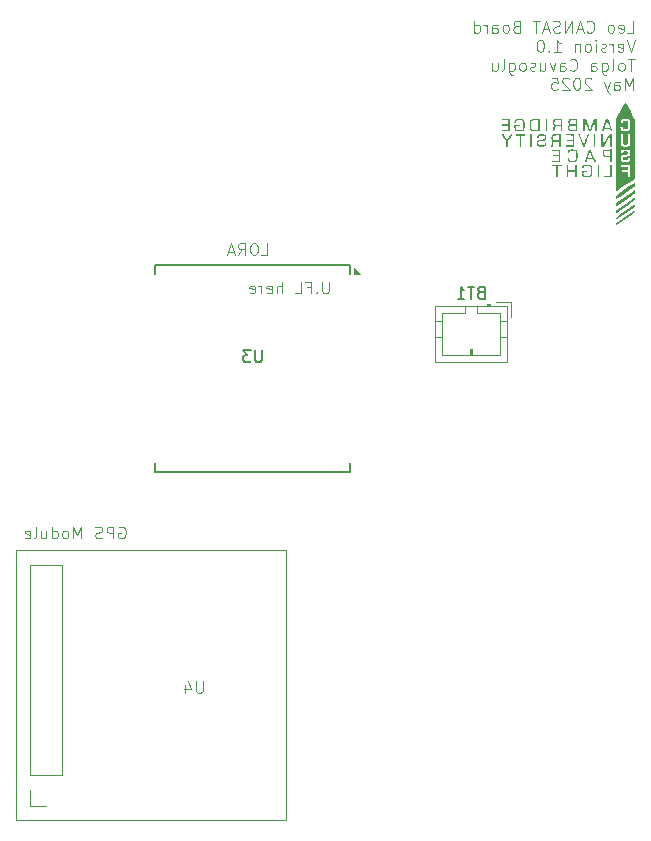
<source format=gbr>
%TF.GenerationSoftware,KiCad,Pcbnew,8.0.6*%
%TF.CreationDate,2025-06-01T11:12:23+01:00*%
%TF.ProjectId,Leo_Cansat,4c656f5f-4361-46e7-9361-742e6b696361,rev?*%
%TF.SameCoordinates,Original*%
%TF.FileFunction,Legend,Bot*%
%TF.FilePolarity,Positive*%
%FSLAX46Y46*%
G04 Gerber Fmt 4.6, Leading zero omitted, Abs format (unit mm)*
G04 Created by KiCad (PCBNEW 8.0.6) date 2025-06-01 11:12:23*
%MOMM*%
%LPD*%
G01*
G04 APERTURE LIST*
%ADD10C,0.000000*%
%ADD11C,0.100000*%
%ADD12C,0.150000*%
%ADD13C,0.120000*%
G04 APERTURE END LIST*
D10*
G36*
X118627868Y-89642595D02*
G01*
X118640071Y-89643148D01*
X118652817Y-89644166D01*
X118665749Y-89645618D01*
X118678511Y-89647474D01*
X118690745Y-89649701D01*
X118702096Y-89652269D01*
X118712207Y-89655148D01*
X118720720Y-89658305D01*
X118724267Y-89659979D01*
X118727281Y-89661711D01*
X118729717Y-89663497D01*
X118731531Y-89665333D01*
X118738246Y-89673787D01*
X118750031Y-89690551D01*
X118786267Y-89745039D01*
X118835153Y-89820859D01*
X118891604Y-89910073D01*
X119033156Y-90133646D01*
X119189260Y-89888906D01*
X119345365Y-89644166D01*
X119408864Y-89644166D01*
X119415246Y-89644228D01*
X119421468Y-89644409D01*
X119427497Y-89644707D01*
X119433297Y-89645117D01*
X119438833Y-89645636D01*
X119444072Y-89646259D01*
X119448976Y-89646983D01*
X119453513Y-89647804D01*
X119457646Y-89648718D01*
X119461342Y-89649722D01*
X119463014Y-89650255D01*
X119464564Y-89650810D01*
X119465988Y-89651385D01*
X119467279Y-89651980D01*
X119468436Y-89652594D01*
X119469452Y-89653227D01*
X119470324Y-89653879D01*
X119471047Y-89654548D01*
X119471617Y-89655235D01*
X119472029Y-89655939D01*
X119472280Y-89656659D01*
X119472364Y-89657395D01*
X119468584Y-89665749D01*
X119457750Y-89685032D01*
X119417959Y-89751488D01*
X119359069Y-89846965D01*
X119287156Y-89961666D01*
X119101948Y-90254031D01*
X119101948Y-90689270D01*
X118969656Y-90689270D01*
X118969656Y-90248739D01*
X118777833Y-89953729D01*
X118703212Y-89838304D01*
X118642234Y-89742724D01*
X118601100Y-89676909D01*
X118589912Y-89658264D01*
X118587002Y-89653050D01*
X118586010Y-89650781D01*
X118586383Y-89649253D01*
X118587470Y-89647892D01*
X118589228Y-89646694D01*
X118591612Y-89645655D01*
X118598079Y-89644037D01*
X118606515Y-89643009D01*
X118616564Y-89642539D01*
X118627868Y-89642595D01*
G37*
G36*
X127798801Y-89646812D02*
G01*
X127892729Y-89650781D01*
X127896697Y-90170687D01*
X127899343Y-90689270D01*
X127767052Y-90689270D01*
X127767052Y-89772489D01*
X127485270Y-90230219D01*
X127204812Y-90689270D01*
X126999760Y-90689270D01*
X127002406Y-90170687D01*
X127006375Y-89650781D01*
X127125437Y-89650781D01*
X127125437Y-90116448D01*
X127126119Y-90296778D01*
X127127918Y-90442877D01*
X127129119Y-90498440D01*
X127130460Y-90539864D01*
X127131894Y-90565289D01*
X127132631Y-90571420D01*
X127133003Y-90572739D01*
X127133374Y-90572854D01*
X127255910Y-90375905D01*
X127645343Y-89739416D01*
X127703552Y-89642844D01*
X127798801Y-89646812D01*
G37*
G36*
X129848423Y-96099842D02*
G01*
X129850868Y-96100259D01*
X129853151Y-96100917D01*
X129855275Y-96101818D01*
X129857245Y-96102964D01*
X129859063Y-96104355D01*
X129860732Y-96105992D01*
X129862257Y-96107877D01*
X129863640Y-96110012D01*
X129864885Y-96112396D01*
X129865996Y-96115032D01*
X129866975Y-96117921D01*
X129867826Y-96121063D01*
X129868553Y-96124461D01*
X129869159Y-96128114D01*
X129869647Y-96132026D01*
X129870020Y-96136196D01*
X129870283Y-96140626D01*
X129870489Y-96150270D01*
X129870375Y-96157706D01*
X129870011Y-96164678D01*
X129869364Y-96171246D01*
X129868401Y-96177473D01*
X129867090Y-96183421D01*
X129865396Y-96189151D01*
X129863288Y-96194727D01*
X129860732Y-96200210D01*
X129857696Y-96205662D01*
X129854146Y-96211145D01*
X129850050Y-96216721D01*
X129845374Y-96222452D01*
X129840086Y-96228400D01*
X129834153Y-96234627D01*
X129827541Y-96241195D01*
X129820218Y-96248166D01*
X129798220Y-96265891D01*
X129753866Y-96298933D01*
X129608882Y-96403278D01*
X129406848Y-96545822D01*
X129169343Y-96711187D01*
X128421895Y-97229770D01*
X128389763Y-97251937D01*
X128374584Y-97262120D01*
X128360049Y-97271669D01*
X128346196Y-97280560D01*
X128333064Y-97288766D01*
X128320691Y-97296264D01*
X128309117Y-97303027D01*
X128298380Y-97309030D01*
X128288518Y-97314248D01*
X128279572Y-97318656D01*
X128271579Y-97322229D01*
X128264578Y-97324942D01*
X128258608Y-97326769D01*
X128256022Y-97327343D01*
X128253708Y-97327686D01*
X128251671Y-97327794D01*
X128249916Y-97327666D01*
X128246657Y-97327028D01*
X128243577Y-97326113D01*
X128240679Y-97324929D01*
X128237963Y-97323488D01*
X128235432Y-97321797D01*
X128233086Y-97319867D01*
X128230927Y-97317707D01*
X128228956Y-97315326D01*
X128227176Y-97312733D01*
X128225586Y-97309939D01*
X128224190Y-97306953D01*
X128222988Y-97303784D01*
X128221981Y-97300441D01*
X128221172Y-97296934D01*
X128220561Y-97293273D01*
X128220151Y-97289467D01*
X128219935Y-97281457D01*
X128220538Y-97272980D01*
X128221970Y-97264111D01*
X128224243Y-97254927D01*
X128227369Y-97245502D01*
X128231359Y-97235912D01*
X128236225Y-97226234D01*
X128241979Y-97216541D01*
X128259502Y-97198566D01*
X128300063Y-97165506D01*
X128363506Y-97117408D01*
X128449677Y-97054318D01*
X128689579Y-96883352D01*
X129018531Y-96652979D01*
X129558777Y-96279751D01*
X129729743Y-96162776D01*
X129779205Y-96129458D01*
X129800374Y-96115875D01*
X129809882Y-96110869D01*
X129818580Y-96106772D01*
X129822634Y-96105067D01*
X129826495Y-96103593D01*
X129830167Y-96102351D01*
X129833654Y-96101343D01*
X129836959Y-96100569D01*
X129840085Y-96100031D01*
X129843035Y-96099729D01*
X129845814Y-96099666D01*
X129848423Y-96099842D01*
G37*
G36*
X127899343Y-93282187D02*
G01*
X127237885Y-93282187D01*
X127237885Y-93163125D01*
X127767052Y-93163125D01*
X127767052Y-92237083D01*
X127899343Y-92237083D01*
X127899343Y-93282187D01*
G37*
G36*
X124988927Y-89304177D02*
G01*
X124988927Y-89408687D01*
X124674073Y-89403396D01*
X124577151Y-89401920D01*
X124536857Y-89401137D01*
X124501453Y-89400274D01*
X124470521Y-89399295D01*
X124443645Y-89398163D01*
X124420408Y-89396841D01*
X124400394Y-89395293D01*
X124383186Y-89393480D01*
X124368368Y-89391368D01*
X124361724Y-89390187D01*
X124355522Y-89388918D01*
X124349709Y-89387555D01*
X124344232Y-89386094D01*
X124339041Y-89384531D01*
X124334082Y-89382860D01*
X124324655Y-89379177D01*
X124315533Y-89375011D01*
X124306302Y-89370323D01*
X124294327Y-89363538D01*
X124283182Y-89356541D01*
X124272827Y-89349272D01*
X124263224Y-89341673D01*
X124254335Y-89333687D01*
X124246119Y-89325256D01*
X124238540Y-89316320D01*
X124231557Y-89306823D01*
X124225132Y-89296705D01*
X124219227Y-89285909D01*
X124213802Y-89274377D01*
X124208819Y-89262050D01*
X124204239Y-89248871D01*
X124200024Y-89234781D01*
X124196134Y-89219721D01*
X124192531Y-89203635D01*
X124189898Y-89190251D01*
X124187702Y-89176900D01*
X124185936Y-89163598D01*
X124184596Y-89150362D01*
X124183675Y-89137210D01*
X124183276Y-89126927D01*
X124303739Y-89126927D01*
X124304192Y-89142535D01*
X124305196Y-89157367D01*
X124306773Y-89171194D01*
X124308948Y-89183791D01*
X124310543Y-89190177D01*
X124312350Y-89196429D01*
X124314363Y-89202537D01*
X124316575Y-89208493D01*
X124318981Y-89214285D01*
X124321575Y-89219905D01*
X124324351Y-89225343D01*
X124327303Y-89230590D01*
X124330426Y-89235634D01*
X124333713Y-89240468D01*
X124337160Y-89245080D01*
X124340760Y-89249462D01*
X124344506Y-89253603D01*
X124348395Y-89257495D01*
X124352419Y-89261127D01*
X124356573Y-89264489D01*
X124362555Y-89268727D01*
X124368776Y-89272530D01*
X124375505Y-89275930D01*
X124383010Y-89278959D01*
X124391562Y-89281646D01*
X124401430Y-89284023D01*
X124412883Y-89286121D01*
X124426191Y-89287971D01*
X124459447Y-89291051D01*
X124503354Y-89293511D01*
X124560067Y-89295599D01*
X124631739Y-89297562D01*
X124869864Y-89304177D01*
X124869864Y-88916562D01*
X124687302Y-88917885D01*
X124644979Y-88918259D01*
X124605761Y-88918893D01*
X124569559Y-88919798D01*
X124536282Y-88920986D01*
X124505843Y-88922468D01*
X124478152Y-88924257D01*
X124453119Y-88926363D01*
X124430656Y-88928799D01*
X124410673Y-88931576D01*
X124393082Y-88934706D01*
X124377793Y-88938200D01*
X124370984Y-88940087D01*
X124364717Y-88942070D01*
X124358981Y-88944149D01*
X124353765Y-88946327D01*
X124349057Y-88948605D01*
X124344847Y-88950984D01*
X124341124Y-88953466D01*
X124337875Y-88956051D01*
X124335091Y-88958743D01*
X124332760Y-88961541D01*
X124328423Y-88968790D01*
X124324358Y-88977982D01*
X124320586Y-88988892D01*
X124317133Y-89001291D01*
X124314021Y-89014954D01*
X124311273Y-89029654D01*
X124308913Y-89045163D01*
X124306963Y-89061256D01*
X124305448Y-89077706D01*
X124304390Y-89094285D01*
X124303812Y-89110768D01*
X124303739Y-89126927D01*
X124183276Y-89126927D01*
X124183168Y-89124157D01*
X124183069Y-89111223D01*
X124183374Y-89098422D01*
X124184075Y-89085772D01*
X124185169Y-89073291D01*
X124186648Y-89060995D01*
X124188508Y-89048900D01*
X124190743Y-89037025D01*
X124193347Y-89025386D01*
X124196315Y-89013999D01*
X124199642Y-89002883D01*
X124203321Y-88992053D01*
X124207347Y-88981527D01*
X124211715Y-88971321D01*
X124216418Y-88961454D01*
X124221452Y-88951941D01*
X124226811Y-88942799D01*
X124232490Y-88934046D01*
X124238482Y-88925699D01*
X124244782Y-88917774D01*
X124251384Y-88910288D01*
X124258284Y-88903259D01*
X124265475Y-88896703D01*
X124272952Y-88890637D01*
X124280709Y-88885079D01*
X124288740Y-88880045D01*
X124297041Y-88875552D01*
X124339375Y-88854385D01*
X124301010Y-88825281D01*
X124289843Y-88816755D01*
X124279637Y-88807987D01*
X124270361Y-88798890D01*
X124261984Y-88789376D01*
X124254475Y-88779358D01*
X124247804Y-88768750D01*
X124241939Y-88757462D01*
X124236849Y-88745410D01*
X124232503Y-88732505D01*
X124228870Y-88718660D01*
X124225919Y-88703787D01*
X124223619Y-88687801D01*
X124221940Y-88670613D01*
X124220849Y-88652137D01*
X124220317Y-88632284D01*
X124220316Y-88628166D01*
X124338052Y-88628166D01*
X124338302Y-88646651D01*
X124339060Y-88663927D01*
X124339632Y-88672120D01*
X124340337Y-88680024D01*
X124341174Y-88687640D01*
X124342145Y-88694974D01*
X124343251Y-88702028D01*
X124344495Y-88708807D01*
X124345878Y-88715315D01*
X124347400Y-88721556D01*
X124349064Y-88727533D01*
X124350871Y-88733250D01*
X124352822Y-88738712D01*
X124354919Y-88743922D01*
X124357163Y-88748883D01*
X124359556Y-88753601D01*
X124362100Y-88758078D01*
X124364794Y-88762318D01*
X124367642Y-88766327D01*
X124370645Y-88770106D01*
X124373803Y-88773661D01*
X124377119Y-88776995D01*
X124380594Y-88780111D01*
X124384229Y-88783015D01*
X124388026Y-88785709D01*
X124391987Y-88788198D01*
X124396112Y-88790485D01*
X124400403Y-88792575D01*
X124404861Y-88794471D01*
X124409489Y-88796177D01*
X124414739Y-88797648D01*
X124421969Y-88799081D01*
X124441859Y-88801799D01*
X124468137Y-88804269D01*
X124499778Y-88806429D01*
X124535761Y-88808217D01*
X124575061Y-88809571D01*
X124616655Y-88810429D01*
X124659521Y-88810729D01*
X124869864Y-88810729D01*
X124869864Y-88466771D01*
X124652906Y-88466771D01*
X124608301Y-88467014D01*
X124565449Y-88467721D01*
X124525356Y-88468864D01*
X124489030Y-88470409D01*
X124457479Y-88472326D01*
X124431710Y-88474584D01*
X124421309Y-88475831D01*
X124412732Y-88477152D01*
X124406104Y-88478543D01*
X124401552Y-88480000D01*
X124393208Y-88483495D01*
X124385529Y-88487560D01*
X124378498Y-88492237D01*
X124372096Y-88497570D01*
X124366307Y-88503600D01*
X124361112Y-88510370D01*
X124356495Y-88517923D01*
X124352439Y-88526302D01*
X124348924Y-88535549D01*
X124345935Y-88545706D01*
X124343454Y-88556817D01*
X124341462Y-88568925D01*
X124339944Y-88582070D01*
X124338881Y-88596298D01*
X124338256Y-88611649D01*
X124338052Y-88628166D01*
X124220316Y-88628166D01*
X124220312Y-88610968D01*
X124220886Y-88588939D01*
X124222116Y-88567992D01*
X124224004Y-88548126D01*
X124226555Y-88529340D01*
X124228080Y-88520352D01*
X124229772Y-88511632D01*
X124231632Y-88503181D01*
X124233660Y-88494999D01*
X124235857Y-88487085D01*
X124238222Y-88479439D01*
X124240758Y-88472062D01*
X124243463Y-88464952D01*
X124246339Y-88458109D01*
X124249386Y-88451533D01*
X124252604Y-88445225D01*
X124255995Y-88439183D01*
X124259558Y-88433408D01*
X124263293Y-88427899D01*
X124267203Y-88422655D01*
X124271286Y-88417678D01*
X124275543Y-88412966D01*
X124279976Y-88408519D01*
X124284584Y-88404338D01*
X124289367Y-88400421D01*
X124294327Y-88396768D01*
X124299464Y-88393380D01*
X124304779Y-88390256D01*
X124310271Y-88387396D01*
X124316200Y-88384774D01*
X124323665Y-88382357D01*
X124343757Y-88378094D01*
X124371662Y-88374513D01*
X124408497Y-88371521D01*
X124455378Y-88369025D01*
X124513421Y-88366932D01*
X124667458Y-88363583D01*
X124988927Y-88358292D01*
X124988927Y-88810729D01*
X124988927Y-89304177D01*
G37*
G36*
X127945769Y-89292560D02*
G01*
X127970011Y-89362969D01*
X127978718Y-89391489D01*
X127978485Y-89393396D01*
X127978194Y-89394291D01*
X127977785Y-89395148D01*
X127976617Y-89396745D01*
X127974977Y-89398187D01*
X127972864Y-89399473D01*
X127970277Y-89400605D01*
X127967213Y-89401582D01*
X127963670Y-89402403D01*
X127959647Y-89403070D01*
X127955141Y-89403582D01*
X127950151Y-89403938D01*
X127944674Y-89404140D01*
X127938709Y-89404186D01*
X127932253Y-89404078D01*
X127925306Y-89403814D01*
X127917864Y-89403396D01*
X127855687Y-89399427D01*
X127815999Y-89290948D01*
X127776312Y-89181146D01*
X127256406Y-89181146D01*
X127216718Y-89290948D01*
X127178354Y-89399427D01*
X127114854Y-89403396D01*
X127108487Y-89403815D01*
X127102307Y-89404085D01*
X127096343Y-89404212D01*
X127090628Y-89404202D01*
X127085191Y-89404059D01*
X127080065Y-89403791D01*
X127075280Y-89403402D01*
X127070867Y-89402899D01*
X127066857Y-89402288D01*
X127063281Y-89401574D01*
X127060170Y-89400763D01*
X127058798Y-89400323D01*
X127057555Y-89399861D01*
X127056443Y-89399378D01*
X127055467Y-89398874D01*
X127054631Y-89398350D01*
X127053938Y-89397807D01*
X127053392Y-89397245D01*
X127052997Y-89396666D01*
X127052757Y-89396070D01*
X127052677Y-89395458D01*
X127067745Y-89350686D01*
X127108735Y-89237700D01*
X127164108Y-89088541D01*
X127292124Y-89088541D01*
X127518343Y-89088541D01*
X127555312Y-89088521D01*
X127588000Y-89088443D01*
X127616654Y-89088280D01*
X127641519Y-89088004D01*
X127652608Y-89087815D01*
X127662842Y-89087589D01*
X127672252Y-89087320D01*
X127680868Y-89087007D01*
X127688722Y-89086645D01*
X127695844Y-89086231D01*
X127702266Y-89085762D01*
X127708016Y-89085234D01*
X127713128Y-89084644D01*
X127717631Y-89083989D01*
X127721555Y-89083265D01*
X127723310Y-89082877D01*
X127724933Y-89082469D01*
X127726426Y-89082043D01*
X127727794Y-89081598D01*
X127729040Y-89081133D01*
X127730169Y-89080647D01*
X127731184Y-89080141D01*
X127732090Y-89079614D01*
X127732889Y-89079066D01*
X127733586Y-89078495D01*
X127734185Y-89077903D01*
X127734689Y-89077288D01*
X127735102Y-89076649D01*
X127735429Y-89075987D01*
X127735673Y-89075301D01*
X127735838Y-89074591D01*
X127735927Y-89073856D01*
X127735945Y-89073095D01*
X127735895Y-89072309D01*
X127735782Y-89071497D01*
X127735609Y-89070658D01*
X127735379Y-89069793D01*
X127734768Y-89067979D01*
X127733979Y-89066052D01*
X127625499Y-88760458D01*
X127604992Y-88704149D01*
X127585461Y-88652041D01*
X127567387Y-88605235D01*
X127551251Y-88564832D01*
X127537533Y-88531932D01*
X127526715Y-88507636D01*
X127522543Y-88499059D01*
X127519276Y-88493045D01*
X127516974Y-88489733D01*
X127516204Y-88489133D01*
X127515697Y-88489260D01*
X127512220Y-88495934D01*
X127505982Y-88510406D01*
X127486593Y-88559209D01*
X127460259Y-88628600D01*
X127429708Y-88711510D01*
X127322552Y-89006521D01*
X127292124Y-89088541D01*
X127164108Y-89088541D01*
X127243177Y-88875552D01*
X127433677Y-88367552D01*
X127519666Y-88363583D01*
X127605656Y-88359614D01*
X127632114Y-88429729D01*
X127749895Y-88748924D01*
X127861971Y-89057453D01*
X127867546Y-89073095D01*
X127945769Y-89292560D01*
G37*
G36*
X121991720Y-89650943D02*
G01*
X122027165Y-89651458D01*
X122059385Y-89652368D01*
X122088597Y-89653716D01*
X122115020Y-89655545D01*
X122138868Y-89657897D01*
X122160360Y-89660815D01*
X122170291Y-89662499D01*
X122179713Y-89664341D01*
X122188655Y-89666345D01*
X122197144Y-89668518D01*
X122205206Y-89670864D01*
X122212869Y-89673389D01*
X122220160Y-89676098D01*
X122227106Y-89678997D01*
X122233734Y-89682090D01*
X122240071Y-89685383D01*
X122246145Y-89688882D01*
X122251983Y-89692592D01*
X122257611Y-89696517D01*
X122263057Y-89700664D01*
X122268348Y-89705038D01*
X122273511Y-89709644D01*
X122283562Y-89719573D01*
X122290077Y-89727266D01*
X122296225Y-89735683D01*
X122302006Y-89744777D01*
X122307416Y-89754506D01*
X122317118Y-89775685D01*
X122325317Y-89798865D01*
X122331996Y-89823688D01*
X122337140Y-89849797D01*
X122340735Y-89876837D01*
X122342763Y-89904450D01*
X122343210Y-89932281D01*
X122342060Y-89959971D01*
X122339298Y-89987166D01*
X122334908Y-90013508D01*
X122328875Y-90038641D01*
X122321183Y-90062208D01*
X122311816Y-90083853D01*
X122306500Y-90093843D01*
X122300760Y-90103219D01*
X122291420Y-90116545D01*
X122281666Y-90128778D01*
X122271361Y-90139972D01*
X122260370Y-90150182D01*
X122248557Y-90159462D01*
X122235787Y-90167866D01*
X122221925Y-90175448D01*
X122206833Y-90182263D01*
X122190377Y-90188364D01*
X122172422Y-90193807D01*
X122152831Y-90198645D01*
X122131468Y-90202933D01*
X122108199Y-90206725D01*
X122082887Y-90210075D01*
X122055397Y-90213037D01*
X122025594Y-90215666D01*
X121915159Y-90225089D01*
X121870490Y-90229401D01*
X121832179Y-90233753D01*
X121815250Y-90236016D01*
X121799721Y-90238376D01*
X121785528Y-90240862D01*
X121772609Y-90243502D01*
X121760900Y-90246325D01*
X121750338Y-90249360D01*
X121740860Y-90252635D01*
X121732402Y-90256181D01*
X121724902Y-90260024D01*
X121718295Y-90264195D01*
X121712520Y-90268722D01*
X121707512Y-90273634D01*
X121703209Y-90278960D01*
X121699546Y-90284728D01*
X121696462Y-90290968D01*
X121693893Y-90297708D01*
X121691775Y-90304977D01*
X121690045Y-90312804D01*
X121688640Y-90321217D01*
X121687498Y-90330246D01*
X121685745Y-90350266D01*
X121684281Y-90373094D01*
X121683398Y-90395032D01*
X121683227Y-90405528D01*
X121683237Y-90415711D01*
X121683429Y-90425582D01*
X121683804Y-90435142D01*
X121684363Y-90444393D01*
X121685108Y-90453337D01*
X121686038Y-90461974D01*
X121687156Y-90470306D01*
X121688461Y-90478336D01*
X121689955Y-90486063D01*
X121691639Y-90493490D01*
X121693514Y-90500619D01*
X121695581Y-90507449D01*
X121697841Y-90513984D01*
X121700294Y-90520224D01*
X121702943Y-90526171D01*
X121705787Y-90531827D01*
X121708827Y-90537192D01*
X121712066Y-90542268D01*
X121715503Y-90547058D01*
X121719139Y-90551561D01*
X121722976Y-90555780D01*
X121727015Y-90559716D01*
X121731256Y-90563370D01*
X121735701Y-90566745D01*
X121740350Y-90569841D01*
X121745204Y-90572660D01*
X121750265Y-90575203D01*
X121755534Y-90577472D01*
X121761010Y-90579468D01*
X121773996Y-90582986D01*
X121791225Y-90586096D01*
X121812106Y-90588790D01*
X121836044Y-90591065D01*
X121890723Y-90594328D01*
X121950518Y-90595840D01*
X122010685Y-90595553D01*
X122066480Y-90593421D01*
X122091255Y-90591649D01*
X122113159Y-90589398D01*
X122131598Y-90586663D01*
X122145979Y-90583437D01*
X122156230Y-90580175D01*
X122165665Y-90576316D01*
X122174306Y-90571822D01*
X122182173Y-90566653D01*
X122189289Y-90560771D01*
X122192571Y-90557550D01*
X122195674Y-90554137D01*
X122198599Y-90550526D01*
X122201349Y-90546712D01*
X122206337Y-90538458D01*
X122210658Y-90529336D01*
X122214334Y-90519307D01*
X122217386Y-90508332D01*
X122219835Y-90496373D01*
X122221703Y-90483390D01*
X122223011Y-90469346D01*
X122223780Y-90454201D01*
X122224031Y-90437916D01*
X122224031Y-90371771D01*
X122360292Y-90371771D01*
X122351031Y-90453792D01*
X122347561Y-90480241D01*
X122343551Y-90504595D01*
X122338924Y-90526956D01*
X122336356Y-90537422D01*
X122333606Y-90547429D01*
X122330663Y-90556991D01*
X122327520Y-90566120D01*
X122324165Y-90574829D01*
X122320591Y-90583132D01*
X122316787Y-90591042D01*
X122312743Y-90598571D01*
X122308452Y-90605733D01*
X122303902Y-90612541D01*
X122299085Y-90619008D01*
X122293991Y-90625147D01*
X122288610Y-90630971D01*
X122282934Y-90636493D01*
X122276953Y-90641727D01*
X122270657Y-90646685D01*
X122264037Y-90651380D01*
X122257083Y-90655825D01*
X122249786Y-90660035D01*
X122242137Y-90664021D01*
X122234126Y-90667796D01*
X122225744Y-90671375D01*
X122216981Y-90674769D01*
X122207827Y-90677993D01*
X122188312Y-90683979D01*
X122170233Y-90688508D01*
X122148604Y-90692185D01*
X122123223Y-90695025D01*
X122093889Y-90697043D01*
X122060400Y-90698255D01*
X122022555Y-90698676D01*
X121980152Y-90698322D01*
X121932989Y-90697208D01*
X121891413Y-90696078D01*
X121853826Y-90694617D01*
X121819967Y-90692740D01*
X121804354Y-90691621D01*
X121789577Y-90690366D01*
X121775601Y-90688966D01*
X121762396Y-90687411D01*
X121749927Y-90685689D01*
X121738164Y-90683790D01*
X121727073Y-90681705D01*
X121716622Y-90679422D01*
X121706778Y-90676931D01*
X121697510Y-90674222D01*
X121688784Y-90671285D01*
X121680569Y-90668108D01*
X121672831Y-90664682D01*
X121665538Y-90660996D01*
X121658658Y-90657039D01*
X121652158Y-90652802D01*
X121646006Y-90648274D01*
X121640170Y-90643444D01*
X121634616Y-90638302D01*
X121629313Y-90632838D01*
X121624228Y-90627040D01*
X121619329Y-90620900D01*
X121614582Y-90614406D01*
X121609957Y-90607548D01*
X121605419Y-90600315D01*
X121600937Y-90592698D01*
X121591597Y-90575334D01*
X121587691Y-90567118D01*
X121584256Y-90558963D01*
X121581263Y-90550685D01*
X121578683Y-90542096D01*
X121576486Y-90533011D01*
X121574644Y-90523245D01*
X121573128Y-90512610D01*
X121571908Y-90500920D01*
X121570956Y-90487991D01*
X121570242Y-90473635D01*
X121569412Y-90439901D01*
X121569187Y-90398229D01*
X121569694Y-90354859D01*
X121571508Y-90316311D01*
X121575065Y-90282259D01*
X121580804Y-90252377D01*
X121584629Y-90238899D01*
X121589164Y-90226340D01*
X121594463Y-90214662D01*
X121600581Y-90203822D01*
X121607573Y-90193781D01*
X121615494Y-90184498D01*
X121624398Y-90175931D01*
X121634341Y-90168041D01*
X121645376Y-90160787D01*
X121657560Y-90154128D01*
X121670945Y-90148022D01*
X121685588Y-90142431D01*
X121718865Y-90132625D01*
X121757827Y-90124385D01*
X121802912Y-90117386D01*
X121854560Y-90111301D01*
X121913207Y-90105805D01*
X121979291Y-90100573D01*
X122019101Y-90097579D01*
X122054377Y-90094423D01*
X122085389Y-90090910D01*
X122112410Y-90086847D01*
X122124508Y-90084549D01*
X122135709Y-90082040D01*
X122146049Y-90079297D01*
X122155560Y-90076295D01*
X122164276Y-90073010D01*
X122172232Y-90069418D01*
X122179461Y-90065495D01*
X122185997Y-90061216D01*
X122191875Y-90056557D01*
X122197127Y-90051494D01*
X122201789Y-90046003D01*
X122205893Y-90040059D01*
X122209474Y-90033639D01*
X122212566Y-90026718D01*
X122215202Y-90019272D01*
X122217417Y-90011276D01*
X122219244Y-90002706D01*
X122220718Y-89993539D01*
X122221871Y-89983750D01*
X122222739Y-89973314D01*
X122223754Y-89950407D01*
X122224031Y-89924625D01*
X122223779Y-89907378D01*
X122223008Y-89891327D01*
X122222420Y-89883736D01*
X122221694Y-89876427D01*
X122220827Y-89869395D01*
X122219814Y-89862634D01*
X122218655Y-89856138D01*
X122217346Y-89849902D01*
X122215883Y-89843921D01*
X122214264Y-89838188D01*
X122212487Y-89832699D01*
X122210548Y-89827447D01*
X122208443Y-89822427D01*
X122206172Y-89817634D01*
X122203730Y-89813062D01*
X122201114Y-89808705D01*
X122198322Y-89804557D01*
X122195351Y-89800614D01*
X122192197Y-89796870D01*
X122188859Y-89793319D01*
X122185332Y-89789955D01*
X122181615Y-89786773D01*
X122177704Y-89783767D01*
X122173596Y-89780932D01*
X122169289Y-89778263D01*
X122164779Y-89775753D01*
X122160063Y-89773397D01*
X122155140Y-89771189D01*
X122150005Y-89769125D01*
X122144656Y-89767198D01*
X122131529Y-89763680D01*
X122114366Y-89760573D01*
X122093749Y-89757884D01*
X122070262Y-89755622D01*
X122017012Y-89752408D01*
X121959282Y-89750992D01*
X121901738Y-89751436D01*
X121849046Y-89753803D01*
X121825978Y-89755727D01*
X121805873Y-89758154D01*
X121789315Y-89761093D01*
X121776885Y-89764552D01*
X121768918Y-89767694D01*
X121761395Y-89771647D01*
X121754326Y-89776382D01*
X121747719Y-89781874D01*
X121741585Y-89788094D01*
X121735934Y-89795015D01*
X121730775Y-89802611D01*
X121726118Y-89810854D01*
X121721973Y-89819717D01*
X121718349Y-89829173D01*
X121715255Y-89839195D01*
X121712703Y-89849756D01*
X121710701Y-89860828D01*
X121709259Y-89872385D01*
X121708386Y-89884399D01*
X121708094Y-89896843D01*
X121708049Y-89903379D01*
X121707861Y-89909127D01*
X121707448Y-89914139D01*
X121706729Y-89918465D01*
X121706230Y-89920386D01*
X121705623Y-89922155D01*
X121704899Y-89923778D01*
X121704047Y-89925260D01*
X121703058Y-89926609D01*
X121701921Y-89927831D01*
X121700627Y-89928931D01*
X121699164Y-89929917D01*
X121697523Y-89930793D01*
X121695693Y-89931568D01*
X121693665Y-89932247D01*
X121691428Y-89932836D01*
X121686287Y-89933771D01*
X121680188Y-89934423D01*
X121673051Y-89934842D01*
X121664794Y-89935079D01*
X121644593Y-89935208D01*
X121581094Y-89935208D01*
X121590354Y-89857156D01*
X121594555Y-89826061D01*
X121599906Y-89798152D01*
X121606687Y-89773266D01*
X121615179Y-89751240D01*
X121620155Y-89741249D01*
X121625663Y-89731912D01*
X121631740Y-89723208D01*
X121638421Y-89715118D01*
X121645740Y-89707621D01*
X121653732Y-89700697D01*
X121662433Y-89694324D01*
X121671879Y-89688484D01*
X121682103Y-89683155D01*
X121693141Y-89678318D01*
X121705029Y-89673952D01*
X121717801Y-89670036D01*
X121746139Y-89663474D01*
X121778436Y-89658470D01*
X121814972Y-89654862D01*
X121856030Y-89652486D01*
X121901890Y-89651180D01*
X121952833Y-89650781D01*
X121991720Y-89650943D01*
G37*
G36*
X128223458Y-91436718D02*
G01*
X128222631Y-93115665D01*
X128221783Y-93282001D01*
X128220812Y-92934260D01*
X128220812Y-89931239D01*
X128223458Y-91436718D01*
G37*
G36*
X129850214Y-95584210D02*
G01*
X129853397Y-95584688D01*
X129856243Y-95585545D01*
X129858769Y-95586832D01*
X129859917Y-95587653D01*
X129860992Y-95588600D01*
X129861996Y-95589680D01*
X129862931Y-95590899D01*
X129864603Y-95593779D01*
X129866024Y-95597291D01*
X129867213Y-95601485D01*
X129868187Y-95606412D01*
X129868963Y-95612122D01*
X129869559Y-95618664D01*
X129869992Y-95626091D01*
X129870280Y-95634452D01*
X129870489Y-95654176D01*
X129870420Y-95665278D01*
X129870187Y-95675338D01*
X129869748Y-95684460D01*
X129869063Y-95692748D01*
X129868091Y-95700307D01*
X129867485Y-95703847D01*
X129866792Y-95707243D01*
X129866006Y-95710510D01*
X129865124Y-95713659D01*
X129864139Y-95716706D01*
X129863048Y-95719661D01*
X129861843Y-95722539D01*
X129860522Y-95725353D01*
X129859077Y-95728115D01*
X129857505Y-95730839D01*
X129855801Y-95733537D01*
X129853958Y-95736224D01*
X129851973Y-95738912D01*
X129849839Y-95741613D01*
X129845108Y-95747111D01*
X129839723Y-95752822D01*
X129833645Y-95758850D01*
X129826833Y-95765302D01*
X129588418Y-95937591D01*
X129093275Y-96285373D01*
X128585234Y-96638365D01*
X128308125Y-96826281D01*
X128290560Y-96836776D01*
X128283330Y-96840984D01*
X128276995Y-96844512D01*
X128274130Y-96846026D01*
X128271450Y-96847375D01*
X128268942Y-96848559D01*
X128266592Y-96849582D01*
X128264388Y-96850443D01*
X128262315Y-96851146D01*
X128260362Y-96851690D01*
X128258515Y-96852078D01*
X128256761Y-96852310D01*
X128255087Y-96852390D01*
X128253480Y-96852317D01*
X128251926Y-96852093D01*
X128250414Y-96851720D01*
X128248929Y-96851200D01*
X128247458Y-96850533D01*
X128245989Y-96849721D01*
X128244508Y-96848766D01*
X128243002Y-96847669D01*
X128241459Y-96846431D01*
X128239865Y-96845055D01*
X128238207Y-96843540D01*
X128236472Y-96841890D01*
X128232718Y-96838187D01*
X128230455Y-96835739D01*
X128228376Y-96833112D01*
X128226482Y-96830313D01*
X128224770Y-96827350D01*
X128223241Y-96824231D01*
X128221893Y-96820961D01*
X128219737Y-96814002D01*
X128218294Y-96806532D01*
X128217556Y-96798608D01*
X128217516Y-96790289D01*
X128218166Y-96781632D01*
X128219498Y-96772697D01*
X128221504Y-96763540D01*
X128224177Y-96754221D01*
X128227509Y-96744797D01*
X128231492Y-96735327D01*
X128236119Y-96725868D01*
X128241380Y-96716479D01*
X128247270Y-96707218D01*
X128324297Y-96644579D01*
X128506293Y-96510703D01*
X129045485Y-96127285D01*
X129585421Y-95753044D01*
X129768348Y-95630641D01*
X129822770Y-95596342D01*
X129846676Y-95584062D01*
X129850214Y-95584210D01*
G37*
G36*
X123718927Y-89407364D02*
G01*
X123655427Y-89403396D01*
X123593250Y-89399427D01*
X123589281Y-89191729D01*
X123585312Y-88982708D01*
X123374968Y-88982708D01*
X123332224Y-88982951D01*
X123290984Y-88983659D01*
X123252255Y-88984801D01*
X123217045Y-88986346D01*
X123186362Y-88988263D01*
X123161214Y-88990522D01*
X123151030Y-88991769D01*
X123142608Y-88993090D01*
X123136073Y-88994481D01*
X123131552Y-88995937D01*
X123120441Y-89000415D01*
X123110387Y-89005531D01*
X123101330Y-89011457D01*
X123093208Y-89018365D01*
X123085962Y-89026428D01*
X123079532Y-89035819D01*
X123073857Y-89046709D01*
X123068879Y-89059272D01*
X123064535Y-89073680D01*
X123060768Y-89090105D01*
X123057516Y-89108719D01*
X123054719Y-89129697D01*
X123052318Y-89153208D01*
X123050252Y-89179427D01*
X123046885Y-89240677D01*
X123040270Y-89406041D01*
X122922531Y-89406041D01*
X122927822Y-89223479D01*
X122928688Y-89187397D01*
X122929848Y-89154904D01*
X122931380Y-89125776D01*
X122932310Y-89112403D01*
X122933362Y-89099786D01*
X122934546Y-89087899D01*
X122935871Y-89076711D01*
X122937347Y-89066197D01*
X122938985Y-89056326D01*
X122940792Y-89047072D01*
X122942780Y-89038406D01*
X122944958Y-89030300D01*
X122947336Y-89022726D01*
X122949922Y-89015656D01*
X122952728Y-89009062D01*
X122955762Y-89002915D01*
X122959035Y-88997188D01*
X122962556Y-88991852D01*
X122966334Y-88986880D01*
X122970380Y-88982243D01*
X122974703Y-88977913D01*
X122979313Y-88973862D01*
X122984219Y-88970062D01*
X122989432Y-88966484D01*
X122994960Y-88963102D01*
X123000814Y-88959886D01*
X123007004Y-88956809D01*
X123013538Y-88953842D01*
X123020426Y-88950958D01*
X123060115Y-88933760D01*
X123013813Y-88905979D01*
X123008810Y-88903101D01*
X123003748Y-88899946D01*
X122998659Y-88896546D01*
X122993576Y-88892936D01*
X122988531Y-88889147D01*
X122983558Y-88885213D01*
X122978690Y-88881166D01*
X122973959Y-88877040D01*
X122969399Y-88872868D01*
X122965043Y-88868681D01*
X122960922Y-88864515D01*
X122957072Y-88860400D01*
X122953523Y-88856371D01*
X122950310Y-88852460D01*
X122947465Y-88848700D01*
X122945021Y-88845125D01*
X122939536Y-88835093D01*
X122934510Y-88822108D01*
X122929963Y-88806534D01*
X122925921Y-88788735D01*
X122922406Y-88769076D01*
X122919441Y-88747921D01*
X122917050Y-88725635D01*
X122915255Y-88702580D01*
X122914081Y-88679123D01*
X122913856Y-88669177D01*
X123032333Y-88669177D01*
X123032409Y-88686939D01*
X123033129Y-88703991D01*
X123034484Y-88720307D01*
X123035397Y-88728181D01*
X123036467Y-88735860D01*
X123037692Y-88743342D01*
X123039070Y-88750622D01*
X123040602Y-88757698D01*
X123042286Y-88764566D01*
X123044121Y-88771223D01*
X123046106Y-88777666D01*
X123048240Y-88783890D01*
X123050523Y-88789893D01*
X123052953Y-88795671D01*
X123055529Y-88801221D01*
X123058251Y-88806540D01*
X123061117Y-88811623D01*
X123064126Y-88816468D01*
X123067278Y-88821071D01*
X123070571Y-88825430D01*
X123074005Y-88829539D01*
X123077578Y-88833397D01*
X123081290Y-88836999D01*
X123085140Y-88840343D01*
X123089126Y-88843425D01*
X123093247Y-88846241D01*
X123097504Y-88848788D01*
X123101894Y-88851063D01*
X123106417Y-88853062D01*
X123111247Y-88854564D01*
X123118206Y-88856088D01*
X123137980Y-88859160D01*
X123164669Y-88862201D01*
X123197201Y-88865134D01*
X123234509Y-88867880D01*
X123275522Y-88870364D01*
X123319171Y-88872506D01*
X123364385Y-88874229D01*
X123586635Y-88879521D01*
X123586635Y-88466771D01*
X123357771Y-88466771D01*
X123302676Y-88467021D01*
X123254356Y-88467783D01*
X123212640Y-88469073D01*
X123194205Y-88469920D01*
X123177358Y-88470905D01*
X123162076Y-88472029D01*
X123148339Y-88473295D01*
X123136125Y-88474704D01*
X123125413Y-88476258D01*
X123116181Y-88477960D01*
X123108408Y-88479811D01*
X123102074Y-88481813D01*
X123097156Y-88483968D01*
X123089670Y-88488447D01*
X123082596Y-88493934D01*
X123075945Y-88500418D01*
X123069726Y-88507884D01*
X123063949Y-88516320D01*
X123058623Y-88525710D01*
X123053759Y-88536043D01*
X123049366Y-88547303D01*
X123045453Y-88559478D01*
X123042030Y-88572555D01*
X123039107Y-88586519D01*
X123036694Y-88601357D01*
X123034801Y-88617055D01*
X123033436Y-88633600D01*
X123032610Y-88650979D01*
X123032333Y-88669177D01*
X122913856Y-88669177D01*
X122913550Y-88655627D01*
X122913685Y-88632457D01*
X122914511Y-88609976D01*
X122916049Y-88588550D01*
X122918324Y-88568542D01*
X122921359Y-88550317D01*
X122925176Y-88534239D01*
X122929399Y-88520684D01*
X122934589Y-88507342D01*
X122940690Y-88494271D01*
X122947646Y-88481529D01*
X122955399Y-88469175D01*
X122963895Y-88457267D01*
X122973077Y-88445863D01*
X122982889Y-88435021D01*
X122993274Y-88424798D01*
X123004177Y-88415254D01*
X123015541Y-88406447D01*
X123027310Y-88398434D01*
X123039428Y-88391273D01*
X123051838Y-88385024D01*
X123064485Y-88379743D01*
X123077312Y-88375489D01*
X123094267Y-88372585D01*
X123120679Y-88369867D01*
X123155587Y-88367397D01*
X123198028Y-88365237D01*
X123301671Y-88362095D01*
X123423916Y-88360937D01*
X123718927Y-88360937D01*
X123718927Y-88879521D01*
X123718927Y-89407364D01*
G37*
G36*
X129867599Y-88917121D02*
G01*
X129868242Y-89084516D01*
X129868822Y-89522439D01*
X129868645Y-90058250D01*
X129868625Y-90119329D01*
X129867854Y-90900937D01*
X129866634Y-91655000D01*
X129864003Y-93282187D01*
X129863874Y-93361562D01*
X129830801Y-93393317D01*
X129808699Y-93410735D01*
X129758413Y-93447577D01*
X129586062Y-93570423D01*
X129339297Y-93743621D01*
X129043666Y-93948942D01*
X128749980Y-94152464D01*
X128506898Y-94319026D01*
X128339718Y-94431513D01*
X128292497Y-94462131D01*
X128273739Y-94472812D01*
X128272146Y-94472705D01*
X128270359Y-94472391D01*
X128268401Y-94471879D01*
X128266295Y-94471180D01*
X128264065Y-94470302D01*
X128261735Y-94469256D01*
X128259327Y-94468050D01*
X128256864Y-94466696D01*
X128254371Y-94465202D01*
X128251869Y-94463578D01*
X128249384Y-94461834D01*
X128246937Y-94459980D01*
X128244552Y-94458025D01*
X128242253Y-94455978D01*
X128240063Y-94453850D01*
X128238005Y-94451650D01*
X128236315Y-94449050D01*
X128234715Y-94444463D01*
X128231778Y-94427763D01*
X128229174Y-94398423D01*
X128226885Y-94353319D01*
X128224890Y-94289324D01*
X128223170Y-94203314D01*
X128220479Y-93952741D01*
X128218655Y-93576594D01*
X128217545Y-93049867D01*
X128217190Y-92237083D01*
X128640177Y-92237083D01*
X128640177Y-92409062D01*
X129275177Y-92409062D01*
X129275177Y-92686874D01*
X128718234Y-92686874D01*
X128722187Y-92770229D01*
X128726166Y-92852239D01*
X129000000Y-92856218D01*
X129275177Y-92858854D01*
X129275177Y-93282187D01*
X129473614Y-93282187D01*
X129473614Y-92237083D01*
X128640177Y-92237083D01*
X128217190Y-92237083D01*
X128216940Y-91666594D01*
X128641192Y-91666594D01*
X128642812Y-91710552D01*
X128645336Y-91746330D01*
X128649047Y-91778863D01*
X128654112Y-91808320D01*
X128657203Y-91821946D01*
X128660694Y-91834866D01*
X128664605Y-91847099D01*
X128668958Y-91858667D01*
X128673772Y-91869591D01*
X128679069Y-91879892D01*
X128684868Y-91889590D01*
X128691192Y-91898706D01*
X128698059Y-91907261D01*
X128705490Y-91915276D01*
X128713507Y-91922771D01*
X128722130Y-91929768D01*
X128731379Y-91936288D01*
X128741276Y-91942350D01*
X128751839Y-91947976D01*
X128763091Y-91953188D01*
X128775052Y-91958004D01*
X128787742Y-91962448D01*
X128801182Y-91966538D01*
X128815393Y-91970297D01*
X128846207Y-91976902D01*
X128880351Y-91982430D01*
X128917989Y-91987047D01*
X128962864Y-91991385D01*
X129002406Y-91994468D01*
X129038351Y-91996280D01*
X129072434Y-91996806D01*
X129106394Y-91996029D01*
X129141967Y-91993934D01*
X129180888Y-91990506D01*
X129224895Y-91985729D01*
X129256276Y-91981354D01*
X129285005Y-91976096D01*
X129311192Y-91969846D01*
X129334945Y-91962494D01*
X129345943Y-91958372D01*
X129356373Y-91953934D01*
X129366249Y-91949166D01*
X129375584Y-91944055D01*
X129384392Y-91938588D01*
X129392686Y-91932751D01*
X129400481Y-91926530D01*
X129407789Y-91919911D01*
X129414624Y-91912882D01*
X129421000Y-91905428D01*
X129426930Y-91897537D01*
X129432428Y-91889194D01*
X129437507Y-91880386D01*
X129442182Y-91871099D01*
X129446465Y-91861320D01*
X129450370Y-91851035D01*
X129453911Y-91840231D01*
X129457101Y-91828894D01*
X129462483Y-91804567D01*
X129466625Y-91777946D01*
X129469635Y-91748922D01*
X129477593Y-91655000D01*
X129384989Y-91655000D01*
X129367201Y-91655094D01*
X129351458Y-91655447D01*
X129337633Y-91656160D01*
X129325601Y-91657337D01*
X129320217Y-91658131D01*
X129315235Y-91659080D01*
X129310637Y-91660195D01*
X129306409Y-91661491D01*
X129302535Y-91662979D01*
X129298998Y-91664673D01*
X129295784Y-91666586D01*
X129292876Y-91668730D01*
X129290258Y-91671118D01*
X129287916Y-91673763D01*
X129285833Y-91676678D01*
X129283993Y-91679876D01*
X129282381Y-91683369D01*
X129280981Y-91687171D01*
X129279777Y-91691293D01*
X129278754Y-91695750D01*
X129277186Y-91705717D01*
X129276151Y-91717174D01*
X129275523Y-91730223D01*
X129275177Y-91744968D01*
X129275055Y-91749964D01*
X129274689Y-91754785D01*
X129274070Y-91759434D01*
X129273195Y-91763913D01*
X129272057Y-91768225D01*
X129270651Y-91772373D01*
X129268971Y-91776360D01*
X129267012Y-91780190D01*
X129264769Y-91783865D01*
X129262234Y-91787387D01*
X129259404Y-91790760D01*
X129256272Y-91793987D01*
X129252833Y-91797070D01*
X129249082Y-91800013D01*
X129245012Y-91802818D01*
X129240618Y-91805489D01*
X129235895Y-91808028D01*
X129230836Y-91810438D01*
X129225437Y-91812722D01*
X129219692Y-91814883D01*
X129213596Y-91816924D01*
X129207142Y-91818847D01*
X129200325Y-91820657D01*
X129193139Y-91822355D01*
X129185580Y-91823944D01*
X129177641Y-91825428D01*
X129169317Y-91826809D01*
X129160602Y-91828090D01*
X129141978Y-91830365D01*
X129121723Y-91832275D01*
X129097852Y-91833937D01*
X129074432Y-91834965D01*
X129051574Y-91835377D01*
X129029389Y-91835190D01*
X129007986Y-91834422D01*
X128987477Y-91833090D01*
X128967972Y-91831211D01*
X128949581Y-91828803D01*
X128932415Y-91825884D01*
X128916584Y-91822470D01*
X128902199Y-91818580D01*
X128889370Y-91814230D01*
X128878207Y-91809439D01*
X128868821Y-91804223D01*
X128861323Y-91798600D01*
X128855822Y-91792588D01*
X128854103Y-91789743D01*
X128852424Y-91786198D01*
X128850795Y-91781998D01*
X128849227Y-91777188D01*
X128847728Y-91771811D01*
X128846308Y-91765914D01*
X128844977Y-91759539D01*
X128843746Y-91752733D01*
X128842622Y-91745539D01*
X128841617Y-91738001D01*
X128840740Y-91730166D01*
X128840001Y-91722077D01*
X128839409Y-91713778D01*
X128838974Y-91705315D01*
X128838706Y-91696731D01*
X128838614Y-91688073D01*
X128838763Y-91667064D01*
X128839435Y-91648556D01*
X128840073Y-91640177D01*
X128840968Y-91632350D01*
X128842162Y-91625048D01*
X128843697Y-91618248D01*
X128845617Y-91611925D01*
X128847962Y-91606054D01*
X128850775Y-91600610D01*
X128854098Y-91595568D01*
X128857974Y-91590905D01*
X128862444Y-91586594D01*
X128867550Y-91582612D01*
X128873335Y-91578934D01*
X128879842Y-91575535D01*
X128887111Y-91572391D01*
X128895185Y-91569476D01*
X128904107Y-91566766D01*
X128913918Y-91564236D01*
X128924661Y-91561861D01*
X128936378Y-91559618D01*
X128949110Y-91557480D01*
X128977792Y-91553425D01*
X129011043Y-91549497D01*
X129049201Y-91545499D01*
X129092604Y-91541234D01*
X129150453Y-91535377D01*
X129202179Y-91529043D01*
X129248107Y-91521973D01*
X129288563Y-91513907D01*
X129323872Y-91504584D01*
X129339698Y-91499371D01*
X129354360Y-91493747D01*
X129367898Y-91487678D01*
X129380352Y-91481134D01*
X129391764Y-91474081D01*
X129402174Y-91466486D01*
X129411623Y-91458319D01*
X129420151Y-91449545D01*
X129427800Y-91440132D01*
X129434609Y-91430049D01*
X129440620Y-91419262D01*
X129445873Y-91407739D01*
X129450409Y-91395448D01*
X129454269Y-91382356D01*
X129457493Y-91368430D01*
X129460122Y-91353639D01*
X129463759Y-91321330D01*
X129465503Y-91285169D01*
X129465682Y-91244896D01*
X129465197Y-91219197D01*
X129464224Y-91195145D01*
X129462740Y-91172677D01*
X129460721Y-91151735D01*
X129458143Y-91132258D01*
X129454985Y-91114186D01*
X129451221Y-91097459D01*
X129446830Y-91082017D01*
X129441788Y-91067799D01*
X129436071Y-91054746D01*
X129429657Y-91042798D01*
X129422522Y-91031894D01*
X129414642Y-91021974D01*
X129405995Y-91012979D01*
X129396558Y-91004848D01*
X129386307Y-90997521D01*
X129375215Y-90991017D01*
X129362593Y-90984903D01*
X129348537Y-90979179D01*
X129333146Y-90973847D01*
X129316516Y-90968908D01*
X129298745Y-90964364D01*
X129279930Y-90960216D01*
X129260170Y-90956466D01*
X129239560Y-90953115D01*
X129218199Y-90950165D01*
X129196185Y-90947617D01*
X129173613Y-90945473D01*
X129150583Y-90943733D01*
X129127191Y-90942400D01*
X129103534Y-90941476D01*
X129079710Y-90940960D01*
X129031951Y-90941163D01*
X128984692Y-90943020D01*
X128938712Y-90946542D01*
X128894789Y-90951743D01*
X128873843Y-90954976D01*
X128853703Y-90958633D01*
X128834468Y-90962715D01*
X128816234Y-90967225D01*
X128799099Y-90972163D01*
X128783160Y-90977531D01*
X128768514Y-90983330D01*
X128755260Y-90989562D01*
X128750703Y-90991979D01*
X128746213Y-90994755D01*
X128741794Y-90997878D01*
X128737453Y-91001335D01*
X128733192Y-91005114D01*
X128729018Y-91009203D01*
X128724935Y-91013587D01*
X128720948Y-91018256D01*
X128717062Y-91023197D01*
X128713282Y-91028395D01*
X128709612Y-91033841D01*
X128706057Y-91039519D01*
X128699313Y-91051527D01*
X128693088Y-91064317D01*
X128687421Y-91077790D01*
X128682352Y-91091844D01*
X128677917Y-91106379D01*
X128674157Y-91121293D01*
X128671110Y-91136486D01*
X128668815Y-91151856D01*
X128667310Y-91167304D01*
X128666635Y-91182729D01*
X128666635Y-91244896D01*
X128759239Y-91244896D01*
X128789061Y-91244772D01*
X128801242Y-91244548D01*
X128811783Y-91244153D01*
X128820820Y-91243542D01*
X128828489Y-91242666D01*
X128834925Y-91241481D01*
X128840265Y-91239940D01*
X128842566Y-91239021D01*
X128844644Y-91237995D01*
X128846515Y-91236857D01*
X128848196Y-91235601D01*
X128849706Y-91234221D01*
X128851060Y-91232710D01*
X128853368Y-91229277D01*
X128855259Y-91225255D01*
X128856866Y-91220597D01*
X128858327Y-91215256D01*
X128859776Y-91209187D01*
X128861375Y-91201040D01*
X128863145Y-91192630D01*
X128866886Y-91175949D01*
X128873005Y-91149656D01*
X128874198Y-91146358D01*
X128875791Y-91143162D01*
X128877780Y-91140070D01*
X128880162Y-91137082D01*
X128882933Y-91134201D01*
X128886091Y-91131428D01*
X128889631Y-91128765D01*
X128893550Y-91126212D01*
X128897846Y-91123772D01*
X128902514Y-91121445D01*
X128907551Y-91119234D01*
X128912954Y-91117140D01*
X128918719Y-91115163D01*
X128924844Y-91113307D01*
X128931324Y-91111571D01*
X128938156Y-91109958D01*
X128945337Y-91108469D01*
X128952863Y-91107106D01*
X128968938Y-91104761D01*
X128986355Y-91102935D01*
X129005085Y-91101641D01*
X129025102Y-91100890D01*
X129046379Y-91100693D01*
X129068889Y-91101063D01*
X129092604Y-91102010D01*
X129117878Y-91103434D01*
X129140694Y-91105281D01*
X129161171Y-91107632D01*
X129179423Y-91110568D01*
X129195566Y-91114170D01*
X129209718Y-91118521D01*
X129216083Y-91121002D01*
X129221994Y-91123701D01*
X129227464Y-91126627D01*
X129232510Y-91129791D01*
X129237145Y-91133204D01*
X129241383Y-91136874D01*
X129245239Y-91140813D01*
X129248729Y-91145031D01*
X129251865Y-91149537D01*
X129254664Y-91154342D01*
X129257139Y-91159456D01*
X129259304Y-91164890D01*
X129261175Y-91170653D01*
X129262766Y-91176755D01*
X129265166Y-91190020D01*
X129266620Y-91204765D01*
X129267244Y-91221072D01*
X129267349Y-91241237D01*
X129267089Y-91259169D01*
X129266349Y-91275024D01*
X129265013Y-91288957D01*
X129264084Y-91295251D01*
X129262963Y-91301123D01*
X129261634Y-91306592D01*
X129260083Y-91311677D01*
X129258296Y-91316397D01*
X129256259Y-91320773D01*
X129253955Y-91324823D01*
X129251372Y-91328567D01*
X129248494Y-91332025D01*
X129245307Y-91335214D01*
X129241796Y-91338156D01*
X129237947Y-91340869D01*
X129233746Y-91343373D01*
X129229177Y-91345687D01*
X129224226Y-91347830D01*
X129218879Y-91349822D01*
X129206939Y-91353430D01*
X129193238Y-91356666D01*
X129177662Y-91359684D01*
X129160093Y-91362640D01*
X129116952Y-91368179D01*
X129066988Y-91374213D01*
X129016279Y-91379751D01*
X128992546Y-91382024D01*
X128970906Y-91383802D01*
X128920204Y-91388692D01*
X128874604Y-91394586D01*
X128833875Y-91401712D01*
X128797788Y-91410300D01*
X128781413Y-91415213D01*
X128766111Y-91420577D01*
X128751855Y-91426420D01*
X128738614Y-91432772D01*
X128726361Y-91439661D01*
X128715067Y-91447115D01*
X128704702Y-91455163D01*
X128695238Y-91463833D01*
X128686646Y-91473155D01*
X128678897Y-91483156D01*
X128671963Y-91493865D01*
X128665814Y-91505312D01*
X128660422Y-91517524D01*
X128655758Y-91530530D01*
X128651793Y-91544358D01*
X128648498Y-91559038D01*
X128645845Y-91574598D01*
X128643804Y-91591066D01*
X128641446Y-91626842D01*
X128641192Y-91666594D01*
X128216940Y-91666594D01*
X128216843Y-91444651D01*
X128219337Y-89657395D01*
X128638859Y-89657395D01*
X128642812Y-90084708D01*
X128646016Y-90305282D01*
X128648044Y-90382384D01*
X128650584Y-90441394D01*
X128653806Y-90485335D01*
X128657881Y-90517231D01*
X128662979Y-90540104D01*
X128669270Y-90556979D01*
X128673824Y-90566437D01*
X128678572Y-90575471D01*
X128683535Y-90584089D01*
X128688737Y-90592302D01*
X128694201Y-90600119D01*
X128699950Y-90607548D01*
X128706005Y-90614601D01*
X128712391Y-90621285D01*
X128719129Y-90627611D01*
X128726243Y-90633587D01*
X128733755Y-90639225D01*
X128741688Y-90644532D01*
X128750065Y-90649518D01*
X128758908Y-90654193D01*
X128768241Y-90658566D01*
X128778085Y-90662647D01*
X128788465Y-90666445D01*
X128799402Y-90669969D01*
X128810920Y-90673229D01*
X128823041Y-90676235D01*
X128835787Y-90678996D01*
X128849183Y-90681521D01*
X128863250Y-90683819D01*
X128878011Y-90685901D01*
X128893489Y-90687776D01*
X128909706Y-90689452D01*
X128944452Y-90692250D01*
X128982430Y-90694369D01*
X129023822Y-90695885D01*
X129058394Y-90696632D01*
X129093027Y-90696898D01*
X129126791Y-90696699D01*
X129158757Y-90696051D01*
X129187995Y-90694968D01*
X129213574Y-90693467D01*
X129234564Y-90691562D01*
X129250036Y-90689270D01*
X129271204Y-90685001D01*
X129291075Y-90680105D01*
X129309687Y-90674547D01*
X129327076Y-90668289D01*
X129343279Y-90661295D01*
X129358333Y-90653527D01*
X129372275Y-90644949D01*
X129385141Y-90635524D01*
X129396969Y-90625216D01*
X129407795Y-90613987D01*
X129417655Y-90601801D01*
X129426588Y-90588621D01*
X129434629Y-90574410D01*
X129441815Y-90559131D01*
X129448183Y-90542748D01*
X129453770Y-90525224D01*
X129456609Y-90514951D01*
X129459181Y-90503313D01*
X129461497Y-90490064D01*
X129463568Y-90474955D01*
X129465407Y-90457738D01*
X129467025Y-90438164D01*
X129468434Y-90415986D01*
X129469645Y-90390955D01*
X129471521Y-90331344D01*
X129472746Y-90257346D01*
X129473412Y-90166976D01*
X129473614Y-90058250D01*
X129473614Y-89657395D01*
X129275177Y-89657395D01*
X129275177Y-90047656D01*
X129274206Y-90220938D01*
X129271376Y-90348457D01*
X129269302Y-90395325D01*
X129266809Y-90431079D01*
X129263913Y-90455824D01*
X129260630Y-90469671D01*
X129258551Y-90473803D01*
X129256278Y-90477767D01*
X129253802Y-90481565D01*
X129251116Y-90485200D01*
X129248210Y-90488674D01*
X129245078Y-90491989D01*
X129241710Y-90495149D01*
X129238098Y-90498155D01*
X129234234Y-90501009D01*
X129230110Y-90503715D01*
X129225718Y-90506275D01*
X129221049Y-90508691D01*
X129216095Y-90510965D01*
X129210848Y-90513100D01*
X129205300Y-90515099D01*
X129199442Y-90516963D01*
X129193266Y-90518696D01*
X129186765Y-90520299D01*
X129179929Y-90521775D01*
X129172750Y-90523127D01*
X129165221Y-90524357D01*
X129157333Y-90525467D01*
X129149077Y-90526460D01*
X129140447Y-90527338D01*
X129122026Y-90528759D01*
X129102004Y-90529751D01*
X129080316Y-90530331D01*
X129056895Y-90530520D01*
X129033475Y-90530331D01*
X129011787Y-90529751D01*
X128991765Y-90528759D01*
X128973344Y-90527338D01*
X128956458Y-90525467D01*
X128941040Y-90523127D01*
X128927026Y-90520299D01*
X128914348Y-90516963D01*
X128902942Y-90513100D01*
X128892742Y-90508691D01*
X128883680Y-90503715D01*
X128875693Y-90498155D01*
X128868713Y-90491989D01*
X128862675Y-90485200D01*
X128857513Y-90477767D01*
X128853161Y-90469671D01*
X128851471Y-90464103D01*
X128849877Y-90455824D01*
X128848380Y-90444821D01*
X128846981Y-90431079D01*
X128844489Y-90395325D01*
X128842415Y-90348457D01*
X128840775Y-90290364D01*
X128839585Y-90220938D01*
X128838859Y-90140072D01*
X128838614Y-90047656D01*
X128838614Y-89657395D01*
X128638859Y-89657395D01*
X128219337Y-89657395D01*
X128220204Y-89035625D01*
X128624312Y-89035625D01*
X128633562Y-89132208D01*
X128635868Y-89153003D01*
X128638800Y-89173182D01*
X128642332Y-89192686D01*
X128646441Y-89211458D01*
X128651099Y-89229439D01*
X128656283Y-89246571D01*
X128661967Y-89262797D01*
X128668126Y-89278057D01*
X128674734Y-89292294D01*
X128681767Y-89305450D01*
X128689198Y-89317466D01*
X128697004Y-89328285D01*
X128705159Y-89337848D01*
X128713637Y-89346097D01*
X128722413Y-89352974D01*
X128731463Y-89358422D01*
X128750647Y-89366757D01*
X128774555Y-89374376D01*
X128802579Y-89381248D01*
X128834111Y-89387338D01*
X128868541Y-89392614D01*
X128905261Y-89397044D01*
X128943664Y-89400593D01*
X128983140Y-89403230D01*
X129023081Y-89404921D01*
X129062879Y-89405634D01*
X129101925Y-89405335D01*
X129139611Y-89403991D01*
X129175328Y-89401571D01*
X129208468Y-89398040D01*
X129238422Y-89393366D01*
X129264583Y-89387515D01*
X129280420Y-89382952D01*
X129295222Y-89378167D01*
X129309040Y-89373127D01*
X129321924Y-89367796D01*
X129333924Y-89362139D01*
X129345091Y-89356122D01*
X129355475Y-89349710D01*
X129365127Y-89342867D01*
X129374097Y-89335559D01*
X129382434Y-89327752D01*
X129390191Y-89319409D01*
X129397416Y-89310497D01*
X129404161Y-89300980D01*
X129410476Y-89290824D01*
X129416410Y-89279993D01*
X129422015Y-89268453D01*
X129431078Y-89243388D01*
X129439386Y-89211927D01*
X129446901Y-89174927D01*
X129453580Y-89133247D01*
X129459383Y-89087745D01*
X129464270Y-89039281D01*
X129471131Y-88936897D01*
X129473837Y-88832963D01*
X129473530Y-88782560D01*
X129472063Y-88734346D01*
X129469394Y-88689178D01*
X129465483Y-88647914D01*
X129460288Y-88611414D01*
X129453770Y-88580536D01*
X129448724Y-88562558D01*
X129443478Y-88545786D01*
X129437988Y-88530158D01*
X129432209Y-88515610D01*
X129426097Y-88502077D01*
X129419606Y-88489495D01*
X129412693Y-88477801D01*
X129405313Y-88466931D01*
X129397422Y-88456820D01*
X129388974Y-88447405D01*
X129379925Y-88438621D01*
X129370232Y-88430406D01*
X129359848Y-88422694D01*
X129348731Y-88415422D01*
X129336834Y-88408526D01*
X129324114Y-88401943D01*
X129312548Y-88396761D01*
X129299734Y-88391883D01*
X129285760Y-88387309D01*
X129270709Y-88383041D01*
X129254668Y-88379080D01*
X129237723Y-88375428D01*
X129219959Y-88372085D01*
X129201463Y-88369053D01*
X129182319Y-88366333D01*
X129162613Y-88363926D01*
X129142432Y-88361834D01*
X129121860Y-88360057D01*
X129079890Y-88357455D01*
X129037387Y-88356131D01*
X128995039Y-88356095D01*
X128953530Y-88357356D01*
X128913549Y-88359924D01*
X128875780Y-88363808D01*
X128840910Y-88369017D01*
X128824776Y-88372122D01*
X128809625Y-88375562D01*
X128795542Y-88379338D01*
X128782612Y-88383450D01*
X128770922Y-88387902D01*
X128760557Y-88392692D01*
X128753577Y-88396587D01*
X128746778Y-88400824D01*
X128740163Y-88405398D01*
X128733734Y-88410304D01*
X128727494Y-88415535D01*
X128721446Y-88421086D01*
X128715592Y-88426950D01*
X128709935Y-88433123D01*
X128704478Y-88439598D01*
X128699223Y-88446370D01*
X128694173Y-88453432D01*
X128689330Y-88460780D01*
X128684698Y-88468406D01*
X128680279Y-88476305D01*
X128676075Y-88484472D01*
X128672089Y-88492901D01*
X128668325Y-88501585D01*
X128664784Y-88510519D01*
X128661469Y-88519698D01*
X128658383Y-88529115D01*
X128655529Y-88538764D01*
X128652909Y-88548640D01*
X128650526Y-88558737D01*
X128648382Y-88569049D01*
X128644824Y-88590296D01*
X128642256Y-88612333D01*
X128640700Y-88635114D01*
X128640177Y-88658593D01*
X128640177Y-88704895D01*
X128834635Y-88704895D01*
X128842593Y-88644047D01*
X128844565Y-88627987D01*
X128847086Y-88613483D01*
X128848588Y-88606787D01*
X128850269Y-88600448D01*
X128852145Y-88594454D01*
X128854229Y-88588794D01*
X128856536Y-88583458D01*
X128859080Y-88578435D01*
X128861876Y-88573714D01*
X128864937Y-88569284D01*
X128868279Y-88565133D01*
X128871914Y-88561252D01*
X128875859Y-88557629D01*
X128880126Y-88554254D01*
X128884730Y-88551114D01*
X128889686Y-88548201D01*
X128895007Y-88545502D01*
X128900709Y-88543006D01*
X128906805Y-88540704D01*
X128913310Y-88538583D01*
X128920238Y-88536633D01*
X128927602Y-88534844D01*
X128935419Y-88533204D01*
X128943701Y-88531702D01*
X128961721Y-88529069D01*
X128981775Y-88526859D01*
X129003979Y-88524984D01*
X129027917Y-88523341D01*
X129050627Y-88522381D01*
X129072121Y-88522108D01*
X129092409Y-88522522D01*
X129111504Y-88523626D01*
X129129416Y-88525421D01*
X129146158Y-88527910D01*
X129161742Y-88531095D01*
X129176178Y-88534977D01*
X129189478Y-88539559D01*
X129201655Y-88544843D01*
X129212719Y-88550830D01*
X129222682Y-88557523D01*
X129231556Y-88564923D01*
X129239352Y-88573033D01*
X129246083Y-88581854D01*
X129249605Y-88587709D01*
X129251222Y-88590796D01*
X129252746Y-88594029D01*
X129254180Y-88597442D01*
X129255526Y-88601063D01*
X129256787Y-88604925D01*
X129257967Y-88609058D01*
X129259066Y-88613494D01*
X129260089Y-88618262D01*
X129261916Y-88628924D01*
X129263467Y-88641291D01*
X129264764Y-88655612D01*
X129265828Y-88672134D01*
X129266682Y-88691105D01*
X129267345Y-88712774D01*
X129267840Y-88737388D01*
X129268188Y-88765196D01*
X129268410Y-88796445D01*
X129268562Y-88870260D01*
X129267817Y-88989091D01*
X129266398Y-89037512D01*
X129263847Y-89079241D01*
X129259839Y-89114753D01*
X129254048Y-89144526D01*
X129250382Y-89157408D01*
X129246148Y-89169035D01*
X129241306Y-89179465D01*
X129235815Y-89188757D01*
X129229633Y-89196973D01*
X129222721Y-89204170D01*
X129215038Y-89210409D01*
X129206543Y-89215750D01*
X129197195Y-89220251D01*
X129186954Y-89223973D01*
X129175779Y-89226975D01*
X129163629Y-89229317D01*
X129136243Y-89232257D01*
X129104469Y-89233271D01*
X129067983Y-89232835D01*
X129026458Y-89231427D01*
X128997807Y-89230321D01*
X128972250Y-89228905D01*
X128949592Y-89227054D01*
X128929639Y-89224646D01*
X128912198Y-89221555D01*
X128897075Y-89217659D01*
X128890322Y-89215369D01*
X128884076Y-89212832D01*
X128878313Y-89210030D01*
X128873007Y-89206950D01*
X128868136Y-89203576D01*
X128863675Y-89199891D01*
X128859599Y-89195880D01*
X128855885Y-89191529D01*
X128852507Y-89186821D01*
X128849443Y-89181741D01*
X128846668Y-89176274D01*
X128844156Y-89170403D01*
X128839831Y-89157390D01*
X128836272Y-89142580D01*
X128833287Y-89125847D01*
X128830682Y-89107067D01*
X128822749Y-89035625D01*
X128624312Y-89035625D01*
X128220204Y-89035625D01*
X128220316Y-88955591D01*
X128226331Y-88523912D01*
X128236687Y-88391375D01*
X128270574Y-88322787D01*
X128350025Y-88175305D01*
X128589746Y-87743311D01*
X128844100Y-87294697D01*
X128941845Y-87126442D01*
X129001343Y-87028771D01*
X129004778Y-87023844D01*
X129008140Y-87019236D01*
X129011433Y-87014944D01*
X129014663Y-87010971D01*
X129017833Y-87007315D01*
X129020949Y-87003976D01*
X129024016Y-87000956D01*
X129027037Y-86998253D01*
X129030017Y-86995868D01*
X129032961Y-86993801D01*
X129035874Y-86992052D01*
X129038759Y-86990620D01*
X129041623Y-86989507D01*
X129044469Y-86988712D01*
X129047301Y-86988234D01*
X129050126Y-86988075D01*
X129051536Y-86988115D01*
X129052946Y-86988234D01*
X129054356Y-86988433D01*
X129055766Y-86988712D01*
X129057178Y-86989070D01*
X129058592Y-86989507D01*
X129060008Y-86990024D01*
X129061427Y-86990620D01*
X129062850Y-86991296D01*
X129064277Y-86992052D01*
X129065709Y-86992886D01*
X129067146Y-86993801D01*
X129068589Y-86994795D01*
X129070038Y-86995868D01*
X129072959Y-86998253D01*
X129075913Y-87000956D01*
X129078904Y-87003976D01*
X129081937Y-87007315D01*
X129085017Y-87010971D01*
X129088149Y-87014944D01*
X129091337Y-87019236D01*
X129094586Y-87023844D01*
X129097901Y-87028771D01*
X129239080Y-87272725D01*
X129488158Y-87718341D01*
X129729299Y-88156516D01*
X129846666Y-88378145D01*
X129850639Y-88390650D01*
X129852448Y-88398327D01*
X129854142Y-88407490D01*
X129855725Y-88418541D01*
X129857199Y-88431883D01*
X129859837Y-88467048D01*
X129862079Y-88516205D01*
X129863951Y-88582572D01*
X129865478Y-88669367D01*
X129866686Y-88779811D01*
X129867039Y-88832963D01*
X129867599Y-88917121D01*
G37*
G36*
X126708718Y-92237083D02*
G01*
X126827781Y-92237083D01*
X126827781Y-93282187D01*
X126708718Y-93282187D01*
X126708718Y-92237083D01*
G37*
G36*
X120182771Y-89646812D02*
G01*
X120577000Y-89650781D01*
X120580969Y-89707666D01*
X120584938Y-89763229D01*
X120239656Y-89763229D01*
X120239656Y-90689270D01*
X120120594Y-90689270D01*
X120120594Y-89763229D01*
X119789865Y-89763229D01*
X119789865Y-89644166D01*
X120182771Y-89646812D01*
G37*
G36*
X123533718Y-91985729D02*
G01*
X122872260Y-91985729D01*
X122872260Y-91879895D01*
X123414656Y-91879895D01*
X123414656Y-91496249D01*
X122884166Y-91496249D01*
X122888135Y-91447302D01*
X122892104Y-91397031D01*
X123152719Y-91393062D01*
X123414656Y-91390416D01*
X123414656Y-91046458D01*
X122872260Y-91046458D01*
X122872260Y-90940625D01*
X123533718Y-90940625D01*
X123533718Y-91985729D01*
G37*
G36*
X125917089Y-89644229D02*
G01*
X125923952Y-89644420D01*
X125927181Y-89644564D01*
X125930277Y-89644742D01*
X125933241Y-89644954D01*
X125936073Y-89645200D01*
X125938775Y-89645481D01*
X125941349Y-89645797D01*
X125943796Y-89646150D01*
X125946116Y-89646538D01*
X125948312Y-89646964D01*
X125950383Y-89647427D01*
X125952332Y-89647927D01*
X125954160Y-89648466D01*
X125955867Y-89649043D01*
X125957456Y-89649660D01*
X125958927Y-89650317D01*
X125960281Y-89651014D01*
X125961520Y-89651751D01*
X125962645Y-89652530D01*
X125963657Y-89653350D01*
X125964557Y-89654212D01*
X125965347Y-89655117D01*
X125966028Y-89656066D01*
X125966600Y-89657057D01*
X125967066Y-89658093D01*
X125967426Y-89659174D01*
X125967682Y-89660299D01*
X125967835Y-89661470D01*
X125967885Y-89662687D01*
X125964226Y-89676723D01*
X125953746Y-89709485D01*
X125915299Y-89822760D01*
X125789291Y-90181271D01*
X125663283Y-90535481D01*
X125624836Y-90644126D01*
X125610697Y-90685302D01*
X125610239Y-90685782D01*
X125608894Y-90686232D01*
X125603711Y-90687038D01*
X125595489Y-90687720D01*
X125584570Y-90688278D01*
X125556003Y-90689022D01*
X125520739Y-90689270D01*
X125432104Y-90689270D01*
X125249541Y-90175979D01*
X125121714Y-89810854D01*
X125082668Y-89697124D01*
X125072020Y-89664956D01*
X125068302Y-89652104D01*
X125068382Y-89651616D01*
X125068622Y-89651143D01*
X125069563Y-89650249D01*
X125071092Y-89649424D01*
X125073180Y-89648673D01*
X125075795Y-89647999D01*
X125078906Y-89647406D01*
X125082482Y-89646899D01*
X125086492Y-89646481D01*
X125095690Y-89645929D01*
X125106253Y-89645779D01*
X125117932Y-89646063D01*
X125130479Y-89646812D01*
X125151056Y-89648264D01*
X125159489Y-89649132D01*
X125166859Y-89650243D01*
X125170187Y-89650926D01*
X125173299Y-89651712D01*
X125176212Y-89652615D01*
X125178941Y-89653649D01*
X125181504Y-89654829D01*
X125183916Y-89656168D01*
X125186195Y-89657680D01*
X125188356Y-89659380D01*
X125190417Y-89661281D01*
X125192394Y-89663398D01*
X125194302Y-89665745D01*
X125196160Y-89668335D01*
X125197982Y-89671184D01*
X125199786Y-89674303D01*
X125203405Y-89681415D01*
X125207147Y-89689782D01*
X125211146Y-89699517D01*
X125220437Y-89723541D01*
X125241914Y-89782246D01*
X125279141Y-89888575D01*
X125380510Y-90182594D01*
X125431587Y-90333013D01*
X125474602Y-90456272D01*
X125491653Y-90503724D01*
X125504968Y-90539595D01*
X125513972Y-90562289D01*
X125516679Y-90568195D01*
X125518093Y-90570208D01*
X125522336Y-90562167D01*
X125531695Y-90539120D01*
X125563403Y-90454453D01*
X125608506Y-90329106D01*
X125662291Y-90175979D01*
X125766471Y-89878157D01*
X125804050Y-89771724D01*
X125825010Y-89714281D01*
X125850145Y-89644166D01*
X125909677Y-89644166D01*
X125917089Y-89644229D01*
G37*
G36*
X122316635Y-88360937D02*
G01*
X122435697Y-88360937D01*
X122435697Y-89406041D01*
X122316635Y-89406041D01*
X122316635Y-88360937D01*
G37*
G36*
X121112781Y-90689270D02*
G01*
X120993718Y-90689270D01*
X120996364Y-90170687D01*
X121000333Y-89650781D01*
X121055895Y-89646812D01*
X121112781Y-89642844D01*
X121112781Y-90689270D01*
G37*
G36*
X120127208Y-88351677D02*
G01*
X120168150Y-88353938D01*
X120205767Y-88356806D01*
X120240236Y-88360359D01*
X120256346Y-88362418D01*
X120271737Y-88364679D01*
X120286429Y-88367150D01*
X120300447Y-88369843D01*
X120313811Y-88372766D01*
X120326545Y-88375931D01*
X120338670Y-88379347D01*
X120350209Y-88383023D01*
X120361184Y-88386971D01*
X120371617Y-88391199D01*
X120381531Y-88395718D01*
X120390948Y-88400537D01*
X120399890Y-88405667D01*
X120408380Y-88411118D01*
X120416439Y-88416899D01*
X120424091Y-88423020D01*
X120431357Y-88429491D01*
X120438259Y-88436323D01*
X120444821Y-88443525D01*
X120451063Y-88451107D01*
X120457009Y-88459078D01*
X120462681Y-88467450D01*
X120468101Y-88476232D01*
X120473292Y-88485433D01*
X120478275Y-88495064D01*
X120483073Y-88505135D01*
X120491111Y-88524674D01*
X120494505Y-88534639D01*
X120497521Y-88545112D01*
X120500189Y-88556376D01*
X120502537Y-88568713D01*
X120506389Y-88597739D01*
X120509311Y-88634455D01*
X120511536Y-88681124D01*
X120513296Y-88740010D01*
X120514823Y-88813375D01*
X120515895Y-88899560D01*
X120515466Y-88976874D01*
X120513273Y-89045808D01*
X120511434Y-89077287D01*
X120509056Y-89106856D01*
X120506106Y-89134575D01*
X120502551Y-89160508D01*
X120498360Y-89184715D01*
X120493498Y-89207258D01*
X120487935Y-89228198D01*
X120481636Y-89247597D01*
X120474569Y-89265517D01*
X120466702Y-89282018D01*
X120458001Y-89297163D01*
X120448434Y-89311013D01*
X120437969Y-89323630D01*
X120426572Y-89335074D01*
X120414212Y-89345408D01*
X120400854Y-89354694D01*
X120386467Y-89362992D01*
X120371018Y-89370364D01*
X120354473Y-89376872D01*
X120336802Y-89382577D01*
X120317969Y-89387541D01*
X120297944Y-89391825D01*
X120276694Y-89395491D01*
X120254184Y-89398601D01*
X120205260Y-89403396D01*
X120156731Y-89406021D01*
X120103024Y-89407034D01*
X120046526Y-89406558D01*
X119989625Y-89404718D01*
X119934708Y-89401639D01*
X119884163Y-89397442D01*
X119840378Y-89392254D01*
X119821766Y-89389327D01*
X119805739Y-89386198D01*
X119786198Y-89380584D01*
X119768227Y-89373098D01*
X119751783Y-89363635D01*
X119736824Y-89352091D01*
X119723306Y-89338361D01*
X119711187Y-89322341D01*
X119700425Y-89303926D01*
X119690976Y-89283010D01*
X119682799Y-89259490D01*
X119675851Y-89233261D01*
X119670088Y-89204218D01*
X119665469Y-89172257D01*
X119661950Y-89137273D01*
X119659490Y-89099161D01*
X119658045Y-89057817D01*
X119657572Y-89013135D01*
X119657572Y-88876875D01*
X120107364Y-88876875D01*
X120107364Y-88982708D01*
X119776635Y-88982708D01*
X119776635Y-89081927D01*
X119776903Y-89105362D01*
X119777720Y-89127089D01*
X119778343Y-89137332D01*
X119779112Y-89147170D01*
X119780030Y-89156611D01*
X119781100Y-89165663D01*
X119782325Y-89174334D01*
X119783709Y-89182630D01*
X119785253Y-89190559D01*
X119786960Y-89198129D01*
X119788835Y-89205347D01*
X119790879Y-89212222D01*
X119793095Y-89218759D01*
X119795487Y-89224967D01*
X119798057Y-89230854D01*
X119800808Y-89236426D01*
X119803744Y-89241692D01*
X119806866Y-89246658D01*
X119810178Y-89251333D01*
X119813683Y-89255724D01*
X119817384Y-89259838D01*
X119821284Y-89263683D01*
X119825385Y-89267267D01*
X119829690Y-89270596D01*
X119834203Y-89273679D01*
X119838926Y-89276522D01*
X119843862Y-89279134D01*
X119849014Y-89281522D01*
X119854386Y-89283694D01*
X119859979Y-89285656D01*
X119874530Y-89289362D01*
X119893910Y-89292545D01*
X119917429Y-89295208D01*
X119944397Y-89297356D01*
X120005924Y-89300120D01*
X120072969Y-89300870D01*
X120140014Y-89299634D01*
X120201540Y-89296446D01*
X120228508Y-89294129D01*
X120252028Y-89291335D01*
X120271408Y-89288069D01*
X120285958Y-89284333D01*
X120291253Y-89282416D01*
X120296691Y-89280158D01*
X120302230Y-89277589D01*
X120307828Y-89274742D01*
X120313440Y-89271646D01*
X120319026Y-89268334D01*
X120324542Y-89264835D01*
X120329945Y-89261182D01*
X120335193Y-89257404D01*
X120340244Y-89253534D01*
X120345054Y-89249601D01*
X120349582Y-89245638D01*
X120353784Y-89241674D01*
X120357618Y-89237742D01*
X120361041Y-89233871D01*
X120364010Y-89230093D01*
X120372800Y-89216942D01*
X120376399Y-89209914D01*
X120379513Y-89202023D01*
X120382178Y-89192844D01*
X120384428Y-89181957D01*
X120386298Y-89168938D01*
X120387823Y-89153364D01*
X120389978Y-89112865D01*
X120391172Y-89057081D01*
X120391792Y-88886135D01*
X120391700Y-88826171D01*
X120391365Y-88772972D01*
X120390702Y-88726078D01*
X120389621Y-88685031D01*
X120388898Y-88666557D01*
X120388037Y-88649372D01*
X120387029Y-88633418D01*
X120385862Y-88618640D01*
X120384525Y-88604979D01*
X120383008Y-88592377D01*
X120381300Y-88580778D01*
X120379389Y-88570123D01*
X120377266Y-88560357D01*
X120374918Y-88551420D01*
X120372335Y-88543256D01*
X120369506Y-88535808D01*
X120366421Y-88529017D01*
X120363068Y-88522827D01*
X120359436Y-88517180D01*
X120355515Y-88512019D01*
X120351293Y-88507285D01*
X120346760Y-88502923D01*
X120341905Y-88498874D01*
X120336717Y-88495082D01*
X120331185Y-88491487D01*
X120325298Y-88488035D01*
X120319046Y-88484665D01*
X120312416Y-88481323D01*
X120299843Y-88476567D01*
X120282834Y-88472233D01*
X120261946Y-88468341D01*
X120237734Y-88464910D01*
X120181564Y-88459510D01*
X120118775Y-88456187D01*
X120053815Y-88455097D01*
X119991134Y-88456394D01*
X119962039Y-88457986D01*
X119935181Y-88460234D01*
X119911119Y-88463155D01*
X119890406Y-88466771D01*
X119878189Y-88469402D01*
X119867268Y-88471881D01*
X119857545Y-88474276D01*
X119848920Y-88476651D01*
X119841296Y-88479073D01*
X119837828Y-88480322D01*
X119834572Y-88481607D01*
X119831518Y-88482937D01*
X119828651Y-88484319D01*
X119825960Y-88485763D01*
X119823433Y-88487276D01*
X119821057Y-88488866D01*
X119818820Y-88490542D01*
X119816710Y-88492313D01*
X119814713Y-88494185D01*
X119812818Y-88496168D01*
X119811013Y-88498269D01*
X119809284Y-88500498D01*
X119807620Y-88502861D01*
X119806009Y-88505368D01*
X119804438Y-88508027D01*
X119801365Y-88513832D01*
X119798304Y-88520343D01*
X119795156Y-88527625D01*
X119793204Y-88532283D01*
X119791322Y-88537299D01*
X119789517Y-88542624D01*
X119787798Y-88548213D01*
X119786171Y-88554019D01*
X119784645Y-88559995D01*
X119781927Y-88572273D01*
X119779705Y-88584676D01*
X119778041Y-88596830D01*
X119777438Y-88602698D01*
X119776997Y-88608364D01*
X119776727Y-88613782D01*
X119776635Y-88618906D01*
X119776519Y-88634189D01*
X119776243Y-88640373D01*
X119775705Y-88645674D01*
X119775311Y-88648016D01*
X119774818Y-88650162D01*
X119774217Y-88652122D01*
X119773496Y-88653904D01*
X119772644Y-88655516D01*
X119771650Y-88656967D01*
X119770504Y-88658266D01*
X119769194Y-88659420D01*
X119767710Y-88660439D01*
X119766040Y-88661331D01*
X119764174Y-88662104D01*
X119762101Y-88662766D01*
X119759810Y-88663327D01*
X119757290Y-88663795D01*
X119751520Y-88664485D01*
X119744704Y-88664903D01*
X119736754Y-88665118D01*
X119717104Y-88665208D01*
X119657572Y-88665208D01*
X119657572Y-88595093D01*
X119657699Y-88587011D01*
X119658076Y-88578896D01*
X119659552Y-88562625D01*
X119661950Y-88546393D01*
X119665221Y-88530312D01*
X119669313Y-88514494D01*
X119674176Y-88499053D01*
X119679760Y-88484100D01*
X119686015Y-88469747D01*
X119692890Y-88456108D01*
X119700335Y-88443294D01*
X119704255Y-88437232D01*
X119708299Y-88431418D01*
X119712460Y-88425867D01*
X119716732Y-88420593D01*
X119721108Y-88415609D01*
X119725583Y-88410930D01*
X119730150Y-88406569D01*
X119734803Y-88402542D01*
X119739535Y-88398861D01*
X119744340Y-88395542D01*
X119749213Y-88392597D01*
X119754145Y-88390041D01*
X119767230Y-88384509D01*
X119782113Y-88379331D01*
X119798701Y-88374522D01*
X119816901Y-88370094D01*
X119836621Y-88366062D01*
X119857767Y-88362438D01*
X119903966Y-88356472D01*
X119954753Y-88352305D01*
X120009386Y-88350044D01*
X120067119Y-88349798D01*
X120127208Y-88351677D01*
G37*
G36*
X126377989Y-89644166D02*
G01*
X126497051Y-89644166D01*
X126497051Y-90689270D01*
X126377989Y-90689270D01*
X126377989Y-89644166D01*
G37*
G36*
X119247469Y-88874229D02*
G01*
X119246766Y-89074754D01*
X119244823Y-89240181D01*
X119243464Y-89304345D01*
X119241888Y-89353269D01*
X119240125Y-89384800D01*
X119239184Y-89393369D01*
X119238208Y-89396781D01*
X119235757Y-89397757D01*
X119230007Y-89398698D01*
X119209311Y-89400460D01*
X119136013Y-89403396D01*
X119029477Y-89405339D01*
X118900865Y-89406041D01*
X118572781Y-89406041D01*
X118572781Y-89300208D01*
X119115177Y-89300208D01*
X119115177Y-88916562D01*
X118853240Y-88913916D01*
X118592625Y-88909948D01*
X118592625Y-88817343D01*
X118853240Y-88813375D01*
X119115177Y-88810729D01*
X119115177Y-88466771D01*
X118572781Y-88466771D01*
X118572781Y-88360937D01*
X119247469Y-88360937D01*
X119247469Y-88874229D01*
G37*
G36*
X129867843Y-93886760D02*
G01*
X129869016Y-93926267D01*
X129869291Y-93942518D01*
X129869290Y-93956751D01*
X129868964Y-93969200D01*
X129868663Y-93974830D01*
X129868262Y-93980103D01*
X129867754Y-93985049D01*
X129867133Y-93989696D01*
X129866393Y-93994075D01*
X129865528Y-93998216D01*
X129864531Y-94002147D01*
X129863396Y-94005898D01*
X129862116Y-94009499D01*
X129860686Y-94012980D01*
X129859099Y-94016369D01*
X129857348Y-94019697D01*
X129855428Y-94022993D01*
X129853332Y-94026286D01*
X129851054Y-94029607D01*
X129848588Y-94032984D01*
X129843064Y-94040027D01*
X129836711Y-94047651D01*
X129829479Y-94056093D01*
X129801116Y-94081639D01*
X129742724Y-94127014D01*
X129523389Y-94286116D01*
X129146544Y-94551133D01*
X128587260Y-94939802D01*
X128526775Y-94981337D01*
X128469252Y-95020065D01*
X128416038Y-95055166D01*
X128368483Y-95085818D01*
X128327935Y-95111199D01*
X128295743Y-95130487D01*
X128283202Y-95137590D01*
X128273256Y-95142861D01*
X128266073Y-95146199D01*
X128261822Y-95147499D01*
X128254995Y-95147217D01*
X128248875Y-95146298D01*
X128243425Y-95144630D01*
X128238609Y-95142104D01*
X128236428Y-95140485D01*
X128234390Y-95138609D01*
X128230731Y-95134035D01*
X128227595Y-95128271D01*
X128224946Y-95121206D01*
X128222746Y-95112731D01*
X128220959Y-95102735D01*
X128219548Y-95091107D01*
X128218476Y-95077736D01*
X128217707Y-95062513D01*
X128217202Y-95045327D01*
X128216843Y-95004624D01*
X128216922Y-94990928D01*
X128217161Y-94978086D01*
X128217567Y-94966054D01*
X128218146Y-94954788D01*
X128218902Y-94944242D01*
X128219843Y-94934373D01*
X128220974Y-94925136D01*
X128222300Y-94916485D01*
X128223828Y-94908378D01*
X128225564Y-94900768D01*
X128227512Y-94893612D01*
X128229680Y-94886864D01*
X128232072Y-94880481D01*
X128234695Y-94874418D01*
X128237554Y-94868630D01*
X128240656Y-94863072D01*
X128258737Y-94845466D01*
X128300724Y-94811768D01*
X128454307Y-94697708D01*
X128697186Y-94524117D01*
X129025145Y-94294219D01*
X129224973Y-94155310D01*
X129390725Y-94040942D01*
X129525161Y-93949239D01*
X129631041Y-93878326D01*
X129674135Y-93850080D01*
X129711124Y-93826327D01*
X129742354Y-93806833D01*
X129768170Y-93791365D01*
X129788916Y-93779687D01*
X129804937Y-93771565D01*
X129816580Y-93766765D01*
X129820866Y-93765537D01*
X129824187Y-93765051D01*
X129863874Y-93765051D01*
X129867843Y-93886760D01*
G37*
G36*
X129828549Y-94407603D02*
G01*
X129831680Y-94407908D01*
X129834684Y-94408519D01*
X129837561Y-94409436D01*
X129840312Y-94410659D01*
X129842937Y-94412189D01*
X129845439Y-94414025D01*
X129847816Y-94416170D01*
X129850070Y-94418622D01*
X129852202Y-94421383D01*
X129854213Y-94424453D01*
X129856102Y-94427833D01*
X129859522Y-94435523D01*
X129862466Y-94444457D01*
X129864942Y-94454639D01*
X129866954Y-94466073D01*
X129868509Y-94478763D01*
X129869613Y-94492713D01*
X129870271Y-94507926D01*
X129870489Y-94524406D01*
X129870298Y-94540478D01*
X129869709Y-94555505D01*
X129868693Y-94569554D01*
X129867223Y-94582697D01*
X129865273Y-94595002D01*
X129864109Y-94600863D01*
X129862815Y-94606540D01*
X129861387Y-94612043D01*
X129859822Y-94617381D01*
X129858117Y-94622561D01*
X129856268Y-94627593D01*
X129854271Y-94632486D01*
X129852124Y-94637248D01*
X129849823Y-94641887D01*
X129847364Y-94646414D01*
X129844744Y-94650835D01*
X129841960Y-94655161D01*
X129839009Y-94659400D01*
X129835886Y-94663560D01*
X129832590Y-94667650D01*
X129829115Y-94671680D01*
X129821619Y-94679590D01*
X129813370Y-94687361D01*
X129804343Y-94695062D01*
X129109812Y-95181399D01*
X128343843Y-95712385D01*
X128330969Y-95721241D01*
X128319542Y-95728976D01*
X128309430Y-95735613D01*
X128304824Y-95738528D01*
X128300497Y-95741179D01*
X128296432Y-95743568D01*
X128292611Y-95745698D01*
X128289018Y-95747574D01*
X128285638Y-95749197D01*
X128282451Y-95750571D01*
X128279443Y-95751699D01*
X128276596Y-95752584D01*
X128273894Y-95753230D01*
X128271320Y-95753639D01*
X128268857Y-95753816D01*
X128266488Y-95753762D01*
X128264197Y-95753481D01*
X128261967Y-95752976D01*
X128259782Y-95752250D01*
X128257624Y-95751308D01*
X128255477Y-95750150D01*
X128253324Y-95748782D01*
X128251148Y-95747205D01*
X128248934Y-95745423D01*
X128246663Y-95743440D01*
X128244320Y-95741258D01*
X128241887Y-95738881D01*
X128236687Y-95733552D01*
X128233481Y-95729861D01*
X128230558Y-95725515D01*
X128227915Y-95720555D01*
X128225548Y-95715023D01*
X128223453Y-95708961D01*
X128221627Y-95702411D01*
X128218766Y-95688014D01*
X128216935Y-95672168D01*
X128216107Y-95655207D01*
X128216251Y-95637468D01*
X128217339Y-95619284D01*
X128219342Y-95600993D01*
X128222230Y-95582927D01*
X128225975Y-95565424D01*
X128230548Y-95548818D01*
X128235919Y-95533445D01*
X128242059Y-95519639D01*
X128245408Y-95513429D01*
X128248939Y-95507737D01*
X128252648Y-95502604D01*
X128256531Y-95498072D01*
X128508154Y-95315696D01*
X129032256Y-94946912D01*
X129557102Y-94581849D01*
X129810958Y-94410635D01*
X129818385Y-94408512D01*
X129821902Y-94407905D01*
X129825290Y-94407601D01*
X129828549Y-94407603D01*
G37*
G36*
X123586635Y-90689270D02*
G01*
X123454344Y-90689270D01*
X123454344Y-90279166D01*
X123230770Y-90279166D01*
X123159454Y-90279280D01*
X123130094Y-90279480D01*
X123104494Y-90279828D01*
X123082328Y-90280362D01*
X123072431Y-90280710D01*
X123063269Y-90281120D01*
X123054802Y-90281595D01*
X123046989Y-90282142D01*
X123039789Y-90282764D01*
X123033160Y-90283466D01*
X123027062Y-90284254D01*
X123021455Y-90285131D01*
X123016297Y-90286104D01*
X123011546Y-90287176D01*
X123007163Y-90288353D01*
X123003106Y-90289640D01*
X122999335Y-90291041D01*
X122995808Y-90292561D01*
X122992485Y-90294205D01*
X122989324Y-90295978D01*
X122986284Y-90297885D01*
X122983326Y-90299930D01*
X122980407Y-90302119D01*
X122977486Y-90304455D01*
X122971479Y-90309593D01*
X122963630Y-90316894D01*
X122956441Y-90324964D01*
X122949887Y-90333891D01*
X122943945Y-90343762D01*
X122938593Y-90354663D01*
X122933807Y-90366683D01*
X122929563Y-90379908D01*
X122925838Y-90394425D01*
X122922610Y-90410323D01*
X122919854Y-90427687D01*
X122917548Y-90446605D01*
X122915669Y-90467165D01*
X122914192Y-90489454D01*
X122913095Y-90513558D01*
X122911948Y-90567562D01*
X122911948Y-90689270D01*
X122790239Y-90689270D01*
X122795531Y-90512000D01*
X122796397Y-90477328D01*
X122797562Y-90446089D01*
X122799106Y-90418055D01*
X122801112Y-90392999D01*
X122802313Y-90381517D01*
X122803660Y-90370695D01*
X122805163Y-90360504D01*
X122806833Y-90350916D01*
X122808678Y-90341903D01*
X122810710Y-90333436D01*
X122812939Y-90325487D01*
X122815375Y-90318027D01*
X122818028Y-90311029D01*
X122820907Y-90304463D01*
X122824025Y-90298302D01*
X122827390Y-90292517D01*
X122831012Y-90287080D01*
X122834903Y-90281962D01*
X122839071Y-90277136D01*
X122843528Y-90272572D01*
X122848283Y-90268243D01*
X122853347Y-90264120D01*
X122858730Y-90260175D01*
X122864442Y-90256380D01*
X122870492Y-90252705D01*
X122876892Y-90249123D01*
X122883652Y-90245606D01*
X122890781Y-90242125D01*
X122926499Y-90223604D01*
X122884166Y-90202437D01*
X122869550Y-90194516D01*
X122856411Y-90186508D01*
X122844675Y-90178232D01*
X122834268Y-90169509D01*
X122825116Y-90160158D01*
X122817147Y-90149998D01*
X122810286Y-90138851D01*
X122804461Y-90126535D01*
X122799596Y-90112870D01*
X122795619Y-90097676D01*
X122792455Y-90080773D01*
X122790032Y-90061981D01*
X122788276Y-90041118D01*
X122787113Y-90018007D01*
X122786469Y-89992464D01*
X122786320Y-89971426D01*
X122900140Y-89971426D01*
X122900487Y-89991345D01*
X122900905Y-90000787D01*
X122901488Y-90009891D01*
X122902239Y-90018664D01*
X122903157Y-90027111D01*
X122904245Y-90035239D01*
X122905504Y-90043054D01*
X122906935Y-90050562D01*
X122908540Y-90057769D01*
X122910321Y-90064680D01*
X122912278Y-90071303D01*
X122914414Y-90077643D01*
X122916730Y-90083706D01*
X122919226Y-90089498D01*
X122921906Y-90095025D01*
X122924769Y-90100294D01*
X122927818Y-90105310D01*
X122931054Y-90110079D01*
X122934479Y-90114608D01*
X122938093Y-90118902D01*
X122941899Y-90122968D01*
X122945897Y-90126812D01*
X122950090Y-90130439D01*
X122954478Y-90133856D01*
X122959064Y-90137069D01*
X122963848Y-90140083D01*
X122968833Y-90142906D01*
X122975379Y-90145776D01*
X122982695Y-90148440D01*
X123000108Y-90153200D01*
X123022016Y-90157277D01*
X123049366Y-90160765D01*
X123083103Y-90163757D01*
X123124172Y-90166346D01*
X123173521Y-90168625D01*
X123232093Y-90170687D01*
X123454344Y-90177302D01*
X123454344Y-89750000D01*
X123278395Y-89751323D01*
X123218656Y-89751773D01*
X123165666Y-89752751D01*
X123119013Y-89754447D01*
X123078284Y-89757048D01*
X123060012Y-89758747D01*
X123043066Y-89760742D01*
X123027395Y-89763058D01*
X123012947Y-89765717D01*
X122999670Y-89768744D01*
X122987513Y-89772161D01*
X122976425Y-89775992D01*
X122966353Y-89780261D01*
X122957246Y-89784992D01*
X122949052Y-89790207D01*
X122941721Y-89795930D01*
X122935200Y-89802185D01*
X122929437Y-89808995D01*
X122924381Y-89816384D01*
X122919981Y-89824375D01*
X122916185Y-89832992D01*
X122912941Y-89842258D01*
X122910198Y-89852197D01*
X122907904Y-89862831D01*
X122906008Y-89874186D01*
X122904457Y-89886284D01*
X122903201Y-89899148D01*
X122901364Y-89927271D01*
X122900436Y-89950083D01*
X122900140Y-89971426D01*
X122786320Y-89971426D01*
X122786270Y-89964312D01*
X122786547Y-89932501D01*
X122787425Y-89903427D01*
X122788982Y-89876911D01*
X122790039Y-89864556D01*
X122791293Y-89852774D01*
X122792755Y-89841542D01*
X122794434Y-89830839D01*
X122796339Y-89820641D01*
X122798479Y-89810926D01*
X122800865Y-89801673D01*
X122803505Y-89792859D01*
X122806409Y-89784461D01*
X122809587Y-89776458D01*
X122813048Y-89768827D01*
X122816801Y-89761546D01*
X122820856Y-89754592D01*
X122825222Y-89747943D01*
X122829909Y-89741577D01*
X122834926Y-89735472D01*
X122840282Y-89729606D01*
X122845988Y-89723955D01*
X122852052Y-89718498D01*
X122858484Y-89713213D01*
X122865294Y-89708076D01*
X122872490Y-89703067D01*
X122880083Y-89698163D01*
X122888081Y-89693340D01*
X122905333Y-89683854D01*
X122926781Y-89673371D01*
X122936863Y-89669125D01*
X122947191Y-89665478D01*
X122958271Y-89662381D01*
X122970608Y-89659786D01*
X122984709Y-89657644D01*
X123001079Y-89655907D01*
X123042650Y-89653455D01*
X123099367Y-89652042D01*
X123274427Y-89650781D01*
X123580020Y-89650781D01*
X123583989Y-90170687D01*
X123584023Y-90177302D01*
X123586635Y-90689270D01*
G37*
G36*
X125598791Y-88363583D02*
G01*
X125707270Y-88367552D01*
X125881895Y-88794854D01*
X125949819Y-88960673D01*
X126006580Y-89097471D01*
X126045978Y-89191109D01*
X126061812Y-89227448D01*
X126063456Y-89225686D01*
X126066838Y-89219554D01*
X126078452Y-89195057D01*
X126118532Y-89103259D01*
X126176224Y-88966068D01*
X126245697Y-88797500D01*
X126424291Y-88360937D01*
X126642572Y-88360937D01*
X126642572Y-88874229D01*
X126641870Y-89074754D01*
X126639927Y-89240181D01*
X126638568Y-89304345D01*
X126636991Y-89353269D01*
X126635229Y-89384800D01*
X126634288Y-89393369D01*
X126633312Y-89396781D01*
X126632264Y-89397757D01*
X126630633Y-89398698D01*
X126628455Y-89399601D01*
X126625767Y-89400460D01*
X126622607Y-89401274D01*
X126619011Y-89402036D01*
X126610657Y-89403396D01*
X126601001Y-89404507D01*
X126590338Y-89405339D01*
X126578961Y-89405861D01*
X126567166Y-89406041D01*
X126510281Y-89406041D01*
X126507635Y-88948312D01*
X126503666Y-88491906D01*
X126313166Y-88949635D01*
X126121343Y-89407364D01*
X126061812Y-89403396D01*
X126000958Y-89399427D01*
X125809135Y-88932437D01*
X125617312Y-88465448D01*
X125613343Y-88936406D01*
X125610697Y-89406041D01*
X125491635Y-89406041D01*
X125491635Y-88359614D01*
X125598791Y-88363583D01*
G37*
G36*
X121800698Y-89408687D02*
G01*
X121492458Y-89402073D01*
X121426702Y-89400783D01*
X121365024Y-89398951D01*
X121308400Y-89396654D01*
X121257806Y-89393970D01*
X121214219Y-89390975D01*
X121178617Y-89387748D01*
X121151975Y-89384366D01*
X121142320Y-89382641D01*
X121135271Y-89380906D01*
X121120683Y-89375728D01*
X121106683Y-89369620D01*
X121093273Y-89362582D01*
X121080452Y-89354613D01*
X121068220Y-89345714D01*
X121056578Y-89335885D01*
X121045524Y-89325126D01*
X121035060Y-89313437D01*
X121025184Y-89300818D01*
X121015898Y-89287268D01*
X121007201Y-89272789D01*
X120999093Y-89257379D01*
X120991574Y-89241039D01*
X120984644Y-89223768D01*
X120978304Y-89205568D01*
X120972552Y-89186437D01*
X120966911Y-89161229D01*
X120961904Y-89129880D01*
X120957544Y-89093318D01*
X120953845Y-89052471D01*
X120948484Y-88961637D01*
X120946929Y-88902728D01*
X121060908Y-88902728D01*
X121062179Y-88982584D01*
X121066179Y-89052332D01*
X121069261Y-89081468D01*
X121073094Y-89105739D01*
X121076854Y-89124078D01*
X121080729Y-89140949D01*
X121084770Y-89156437D01*
X121089030Y-89170624D01*
X121091259Y-89177256D01*
X121093562Y-89183595D01*
X121095946Y-89189650D01*
X121098417Y-89195432D01*
X121100983Y-89200951D01*
X121103649Y-89206218D01*
X121106422Y-89211243D01*
X121109308Y-89216038D01*
X121112315Y-89220611D01*
X121115448Y-89224973D01*
X121118715Y-89229136D01*
X121122122Y-89233109D01*
X121125674Y-89236902D01*
X121129380Y-89240527D01*
X121133245Y-89243994D01*
X121137276Y-89247312D01*
X121141479Y-89250493D01*
X121145861Y-89253547D01*
X121150429Y-89256483D01*
X121155189Y-89259314D01*
X121160148Y-89262049D01*
X121165312Y-89264698D01*
X121176281Y-89269781D01*
X121183441Y-89272651D01*
X121191580Y-89275316D01*
X121211111Y-89280075D01*
X121235510Y-89284152D01*
X121265412Y-89287640D01*
X121301454Y-89290632D01*
X121344271Y-89293221D01*
X121394497Y-89295500D01*
X121452770Y-89297562D01*
X121681635Y-89304177D01*
X121681635Y-88464125D01*
X121432927Y-88469417D01*
X121383282Y-88470226D01*
X121339253Y-88471241D01*
X121300441Y-88472573D01*
X121266446Y-88474336D01*
X121251131Y-88475414D01*
X121236870Y-88476641D01*
X121223614Y-88478033D01*
X121211313Y-88479602D01*
X121199916Y-88481363D01*
X121189375Y-88483330D01*
X121179639Y-88485516D01*
X121170659Y-88487937D01*
X121162383Y-88490606D01*
X121154764Y-88493537D01*
X121147749Y-88496744D01*
X121141291Y-88500241D01*
X121135338Y-88504043D01*
X121129841Y-88508163D01*
X121124750Y-88512615D01*
X121120016Y-88517413D01*
X121115587Y-88522572D01*
X121111415Y-88528106D01*
X121107449Y-88534028D01*
X121103639Y-88540353D01*
X121099936Y-88547094D01*
X121096290Y-88554266D01*
X121088968Y-88569958D01*
X121083965Y-88585393D01*
X121079387Y-88606870D01*
X121075260Y-88633611D01*
X121071605Y-88664836D01*
X121065807Y-88737622D01*
X121062179Y-88818997D01*
X121060908Y-88902728D01*
X120946929Y-88902728D01*
X120945928Y-88864803D01*
X120946287Y-88769396D01*
X120949670Y-88682840D01*
X120952528Y-88645203D01*
X120956183Y-88612563D01*
X120960649Y-88585849D01*
X120965937Y-88565989D01*
X120970927Y-88552039D01*
X120976461Y-88538474D01*
X120982526Y-88525309D01*
X120989109Y-88512556D01*
X120996195Y-88500230D01*
X121003772Y-88488343D01*
X121011825Y-88476910D01*
X121020342Y-88465944D01*
X121029308Y-88455458D01*
X121038710Y-88445467D01*
X121048535Y-88435983D01*
X121058769Y-88427021D01*
X121069397Y-88418594D01*
X121080408Y-88410715D01*
X121091787Y-88403397D01*
X121103520Y-88396656D01*
X121122486Y-88387421D01*
X121131996Y-88383628D01*
X121142133Y-88380326D01*
X121153356Y-88377474D01*
X121166121Y-88375029D01*
X121198109Y-88371190D01*
X121241755Y-88368467D01*
X121300718Y-88366518D01*
X121479229Y-88363583D01*
X121800698Y-88358292D01*
X121800698Y-89304177D01*
X121800698Y-89408687D01*
G37*
G36*
X124708469Y-90170687D02*
G01*
X124711114Y-90689270D01*
X124035104Y-90689270D01*
X124039073Y-90640323D01*
X124043041Y-90590052D01*
X124316885Y-90586083D01*
X124592052Y-90583437D01*
X124592052Y-90213020D01*
X124062885Y-90213020D01*
X124062885Y-90107187D01*
X124593375Y-90107187D01*
X124589406Y-89932562D01*
X124585437Y-89756614D01*
X124310271Y-89752646D01*
X124035104Y-89750000D01*
X124039073Y-89699729D01*
X124043041Y-89650781D01*
X124704500Y-89650781D01*
X124708469Y-90170687D01*
G37*
G36*
X127899343Y-91985729D02*
G01*
X127767052Y-91985729D01*
X127767052Y-91575625D01*
X127551416Y-91575625D01*
X127483930Y-91575065D01*
X127423594Y-91573196D01*
X127370026Y-91569730D01*
X127345660Y-91567308D01*
X127322841Y-91564380D01*
X127301522Y-91560909D01*
X127281655Y-91556860D01*
X127263193Y-91552196D01*
X127246086Y-91546882D01*
X127230287Y-91540882D01*
X127215749Y-91534161D01*
X127202422Y-91526681D01*
X127190260Y-91518408D01*
X127179214Y-91509306D01*
X127169236Y-91499339D01*
X127160278Y-91488470D01*
X127152293Y-91476664D01*
X127145232Y-91463886D01*
X127139048Y-91450099D01*
X127133692Y-91435267D01*
X127129116Y-91419355D01*
X127125273Y-91402327D01*
X127122115Y-91384147D01*
X127119593Y-91364778D01*
X127117660Y-91344186D01*
X127115367Y-91299188D01*
X127115166Y-91279509D01*
X127233895Y-91279509D01*
X127234368Y-91302569D01*
X127235396Y-91323463D01*
X127236136Y-91333136D01*
X127237037Y-91342316D01*
X127238107Y-91351017D01*
X127239353Y-91359254D01*
X127240783Y-91367045D01*
X127242404Y-91374404D01*
X127244223Y-91381348D01*
X127246249Y-91387892D01*
X127248488Y-91394051D01*
X127250949Y-91399842D01*
X127253638Y-91405280D01*
X127256563Y-91410382D01*
X127259732Y-91415162D01*
X127263152Y-91419637D01*
X127266831Y-91423822D01*
X127270776Y-91427733D01*
X127274995Y-91431386D01*
X127279495Y-91434796D01*
X127284284Y-91437980D01*
X127289369Y-91440952D01*
X127294757Y-91443730D01*
X127300457Y-91446328D01*
X127306476Y-91448762D01*
X127312821Y-91451048D01*
X127319500Y-91453202D01*
X127326520Y-91455239D01*
X127340618Y-91458143D01*
X127361412Y-91460862D01*
X127387912Y-91463332D01*
X127419125Y-91465492D01*
X127454058Y-91467280D01*
X127491720Y-91468634D01*
X127531118Y-91469491D01*
X127571260Y-91469791D01*
X127767052Y-91469791D01*
X127767052Y-91046458D01*
X127584489Y-91047781D01*
X127525861Y-91048166D01*
X127474199Y-91048998D01*
X127429060Y-91050540D01*
X127390000Y-91053052D01*
X127372611Y-91054754D01*
X127356575Y-91056797D01*
X127341837Y-91059213D01*
X127328342Y-91062036D01*
X127316034Y-91065297D01*
X127304857Y-91069031D01*
X127294756Y-91073268D01*
X127285675Y-91078043D01*
X127277560Y-91083387D01*
X127270354Y-91089334D01*
X127264003Y-91095915D01*
X127258450Y-91103165D01*
X127253640Y-91111115D01*
X127249518Y-91119799D01*
X127246028Y-91129248D01*
X127243115Y-91139496D01*
X127240723Y-91150576D01*
X127238797Y-91162519D01*
X127237281Y-91175359D01*
X127236120Y-91189129D01*
X127234641Y-91219587D01*
X127233916Y-91254156D01*
X127233895Y-91279509D01*
X127115166Y-91279509D01*
X127114854Y-91248864D01*
X127115449Y-91220558D01*
X127116761Y-91194126D01*
X127118824Y-91169488D01*
X127120149Y-91157817D01*
X127121675Y-91146566D01*
X127123406Y-91135723D01*
X127125347Y-91125278D01*
X127127502Y-91115223D01*
X127129876Y-91105547D01*
X127132473Y-91096241D01*
X127135296Y-91087293D01*
X127138352Y-91078695D01*
X127141643Y-91070436D01*
X127145174Y-91062506D01*
X127148950Y-91054896D01*
X127152976Y-91047596D01*
X127157254Y-91040595D01*
X127161790Y-91033884D01*
X127166589Y-91027453D01*
X127171654Y-91021292D01*
X127176989Y-91015390D01*
X127182600Y-91009739D01*
X127188491Y-91004327D01*
X127194665Y-90999146D01*
X127201127Y-90994185D01*
X127207883Y-90989434D01*
X127214935Y-90984883D01*
X127222288Y-90980523D01*
X127229947Y-90976343D01*
X127248179Y-90967489D01*
X127257457Y-90963806D01*
X127267402Y-90960572D01*
X127278433Y-90957748D01*
X127290967Y-90955298D01*
X127322221Y-90951373D01*
X127364513Y-90948503D01*
X127421192Y-90946392D01*
X127591104Y-90943271D01*
X127899343Y-90937979D01*
X127899343Y-91469791D01*
X127899343Y-91985729D01*
G37*
G36*
X129833441Y-95031314D02*
G01*
X129836946Y-95031912D01*
X129840258Y-95032891D01*
X129843381Y-95034254D01*
X129846316Y-95036004D01*
X129849067Y-95038143D01*
X129851637Y-95040674D01*
X129854029Y-95043601D01*
X129856246Y-95046926D01*
X129858290Y-95050652D01*
X129860164Y-95054782D01*
X129861872Y-95059319D01*
X129863416Y-95064266D01*
X129866024Y-95075401D01*
X129868012Y-95088210D01*
X129869404Y-95102717D01*
X129870222Y-95118945D01*
X129870489Y-95136916D01*
X129870422Y-95149197D01*
X129870200Y-95160310D01*
X129869791Y-95170362D01*
X129869166Y-95179456D01*
X129868293Y-95187698D01*
X129867753Y-95191532D01*
X129867140Y-95195192D01*
X129866450Y-95198691D01*
X129865678Y-95202042D01*
X129864821Y-95205259D01*
X129863874Y-95208354D01*
X129862835Y-95211340D01*
X129861699Y-95214231D01*
X129860462Y-95217040D01*
X129859120Y-95219779D01*
X129857670Y-95222462D01*
X129856107Y-95225103D01*
X129854429Y-95227713D01*
X129852630Y-95230306D01*
X129850707Y-95232895D01*
X129848656Y-95235493D01*
X129844155Y-95240770D01*
X129839096Y-95246241D01*
X129833447Y-95252010D01*
X129633997Y-95396291D01*
X129198282Y-95702794D01*
X128707749Y-96044520D01*
X128343843Y-96294468D01*
X128326502Y-96305984D01*
X128310659Y-96315715D01*
X128303283Y-96319906D01*
X128296262Y-96323644D01*
X128289589Y-96326927D01*
X128283258Y-96329753D01*
X128277262Y-96332120D01*
X128271595Y-96334025D01*
X128266250Y-96335467D01*
X128261220Y-96336442D01*
X128256500Y-96336950D01*
X128252082Y-96336988D01*
X128247961Y-96336553D01*
X128244128Y-96335644D01*
X128240579Y-96334258D01*
X128237306Y-96332393D01*
X128234303Y-96330047D01*
X128231563Y-96327218D01*
X128229080Y-96323904D01*
X128226848Y-96320101D01*
X128224858Y-96315809D01*
X128223106Y-96311025D01*
X128221585Y-96305747D01*
X128220288Y-96299973D01*
X128219208Y-96293700D01*
X128218339Y-96286926D01*
X128217675Y-96279649D01*
X128217209Y-96271868D01*
X128216843Y-96254781D01*
X128217585Y-96241112D01*
X128219306Y-96227413D01*
X128221991Y-96213714D01*
X128225628Y-96200045D01*
X128230203Y-96186439D01*
X128235703Y-96172925D01*
X128242113Y-96159536D01*
X128249420Y-96146302D01*
X128257611Y-96133253D01*
X128266672Y-96120422D01*
X128276590Y-96107839D01*
X128287351Y-96095535D01*
X128298941Y-96083540D01*
X128311347Y-96071887D01*
X128324555Y-96060606D01*
X128338552Y-96049728D01*
X129087653Y-95526846D01*
X129787145Y-95045635D01*
X129798110Y-95039887D01*
X129808198Y-95035558D01*
X129812921Y-95033932D01*
X129817434Y-95032670D01*
X129821740Y-95031775D01*
X129825841Y-95031248D01*
X129829740Y-95031094D01*
X129833441Y-95031314D01*
G37*
G36*
X124197822Y-92465947D02*
G01*
X124201791Y-92693489D01*
X124502093Y-92697458D01*
X124803718Y-92700104D01*
X124803718Y-92237083D01*
X124922781Y-92237083D01*
X124922781Y-93282187D01*
X124803718Y-93282187D01*
X124803718Y-92805937D01*
X124195177Y-92805937D01*
X124195177Y-93282187D01*
X124076114Y-93282187D01*
X124076114Y-92237083D01*
X124195177Y-92237083D01*
X124197822Y-92465947D01*
G37*
G36*
X123666010Y-92356146D02*
G01*
X123335281Y-92356146D01*
X123335281Y-93282187D01*
X123202989Y-93282187D01*
X123202989Y-92356146D01*
X122872260Y-92356146D01*
X122872260Y-92237083D01*
X123666010Y-92237083D01*
X123666010Y-92356146D01*
G37*
G36*
X124592282Y-90936891D02*
G01*
X124650260Y-90940625D01*
X124684929Y-90944092D01*
X124717085Y-90948084D01*
X124746850Y-90952662D01*
X124774345Y-90957885D01*
X124787280Y-90960757D01*
X124799694Y-90963813D01*
X124811601Y-90967060D01*
X124823017Y-90970507D01*
X124833957Y-90974159D01*
X124844437Y-90978026D01*
X124854472Y-90982114D01*
X124864076Y-90986431D01*
X124873266Y-90990984D01*
X124882057Y-90995781D01*
X124890463Y-91000830D01*
X124898501Y-91006138D01*
X124906184Y-91011712D01*
X124913530Y-91017560D01*
X124920552Y-91023689D01*
X124927266Y-91030108D01*
X124933688Y-91036823D01*
X124939832Y-91043842D01*
X124945715Y-91051172D01*
X124951350Y-91058822D01*
X124956754Y-91066798D01*
X124961942Y-91075108D01*
X124966928Y-91083759D01*
X124971729Y-91092760D01*
X124976748Y-91106116D01*
X124981372Y-91126306D01*
X124985577Y-91152538D01*
X124989340Y-91184021D01*
X124995448Y-91259564D01*
X124999510Y-91346595D01*
X125001339Y-91438773D01*
X125000750Y-91529757D01*
X124997557Y-91613206D01*
X124994925Y-91650124D01*
X124991572Y-91682781D01*
X124986683Y-91719043D01*
X124981356Y-91752051D01*
X124975463Y-91781993D01*
X124968876Y-91809057D01*
X124965283Y-91821569D01*
X124961468Y-91833432D01*
X124957415Y-91844670D01*
X124953110Y-91855305D01*
X124948535Y-91865362D01*
X124943674Y-91874864D01*
X124938513Y-91883835D01*
X124933033Y-91892298D01*
X124927221Y-91900276D01*
X124921059Y-91907793D01*
X124914532Y-91914873D01*
X124907624Y-91921539D01*
X124900319Y-91927814D01*
X124892600Y-91933723D01*
X124884452Y-91939287D01*
X124875859Y-91944532D01*
X124866804Y-91949481D01*
X124857273Y-91954156D01*
X124847248Y-91958582D01*
X124836714Y-91962782D01*
X124814054Y-91970598D01*
X124789166Y-91977791D01*
X124763907Y-91983469D01*
X124734681Y-91988116D01*
X124702110Y-91991756D01*
X124666817Y-91994410D01*
X124629423Y-91996104D01*
X124590550Y-91996860D01*
X124550821Y-91996701D01*
X124510858Y-91995651D01*
X124471282Y-91993732D01*
X124432715Y-91990969D01*
X124395780Y-91987384D01*
X124361099Y-91983000D01*
X124329294Y-91977842D01*
X124300987Y-91971931D01*
X124276799Y-91965292D01*
X124257354Y-91957948D01*
X124246968Y-91952603D01*
X124237151Y-91946013D01*
X124227911Y-91938202D01*
X124219258Y-91929195D01*
X124211202Y-91919017D01*
X124203752Y-91907695D01*
X124196919Y-91895252D01*
X124190712Y-91881715D01*
X124185140Y-91867107D01*
X124180214Y-91851455D01*
X124175942Y-91834784D01*
X124172336Y-91817119D01*
X124169403Y-91798485D01*
X124167155Y-91778907D01*
X124165601Y-91758410D01*
X124164750Y-91737021D01*
X124162104Y-91635156D01*
X124216344Y-91631187D01*
X124270583Y-91627218D01*
X124279843Y-91722468D01*
X124282447Y-91746199D01*
X124285417Y-91767391D01*
X124288933Y-91786203D01*
X124293176Y-91802794D01*
X124295626Y-91810307D01*
X124298326Y-91817324D01*
X124301297Y-91823865D01*
X124304563Y-91829950D01*
X124308145Y-91835599D01*
X124312067Y-91840833D01*
X124316351Y-91845669D01*
X124321019Y-91850130D01*
X124326094Y-91854234D01*
X124331599Y-91858001D01*
X124337556Y-91861451D01*
X124343987Y-91864604D01*
X124350915Y-91867481D01*
X124358363Y-91870100D01*
X124366353Y-91872481D01*
X124374907Y-91874645D01*
X124393801Y-91878400D01*
X124415223Y-91881523D01*
X124439354Y-91884174D01*
X124466374Y-91886510D01*
X124492527Y-91888481D01*
X124518335Y-91889934D01*
X124543701Y-91890879D01*
X124568529Y-91891326D01*
X124592720Y-91891285D01*
X124616179Y-91890766D01*
X124638809Y-91889777D01*
X124660513Y-91888329D01*
X124681193Y-91886432D01*
X124700753Y-91884094D01*
X124719096Y-91881327D01*
X124736126Y-91878139D01*
X124751744Y-91874540D01*
X124765855Y-91870540D01*
X124778361Y-91866148D01*
X124789166Y-91861375D01*
X124799766Y-91855164D01*
X124809284Y-91848210D01*
X124817787Y-91840175D01*
X124825340Y-91830720D01*
X124832009Y-91819505D01*
X124837861Y-91806192D01*
X124842961Y-91790441D01*
X124847375Y-91771912D01*
X124851168Y-91750268D01*
X124854408Y-91725169D01*
X124857159Y-91696275D01*
X124859488Y-91663247D01*
X124863141Y-91583436D01*
X124865895Y-91483020D01*
X124867160Y-91429378D01*
X124867955Y-91380872D01*
X124868241Y-91337210D01*
X124867983Y-91298102D01*
X124867144Y-91263257D01*
X124865686Y-91232385D01*
X124864714Y-91218347D01*
X124863574Y-91205194D01*
X124862260Y-91192889D01*
X124860769Y-91181395D01*
X124859096Y-91170677D01*
X124857236Y-91160697D01*
X124855185Y-91151420D01*
X124852938Y-91142809D01*
X124850490Y-91134827D01*
X124847837Y-91127439D01*
X124844974Y-91120609D01*
X124841897Y-91114299D01*
X124838601Y-91108473D01*
X124835081Y-91103096D01*
X124831333Y-91098130D01*
X124827353Y-91093540D01*
X124823135Y-91089289D01*
X124818675Y-91085341D01*
X124813968Y-91081659D01*
X124809010Y-91078208D01*
X124801832Y-91074119D01*
X124793022Y-91070287D01*
X124770963Y-91063392D01*
X124743738Y-91057529D01*
X124712251Y-91052700D01*
X124677408Y-91048911D01*
X124640113Y-91046163D01*
X124601272Y-91044463D01*
X124561790Y-91043812D01*
X124522571Y-91044216D01*
X124484521Y-91045678D01*
X124448544Y-91048201D01*
X124415546Y-91051791D01*
X124386431Y-91056450D01*
X124362105Y-91062183D01*
X124343472Y-91068993D01*
X124336573Y-91072804D01*
X124331437Y-91076885D01*
X124329440Y-91079142D01*
X124327427Y-91081918D01*
X124325414Y-91085175D01*
X124323417Y-91088874D01*
X124321451Y-91092976D01*
X124319531Y-91097442D01*
X124317673Y-91102234D01*
X124315893Y-91107312D01*
X124314206Y-91112639D01*
X124312627Y-91118175D01*
X124311172Y-91123881D01*
X124309857Y-91129719D01*
X124308697Y-91135650D01*
X124307707Y-91141636D01*
X124306904Y-91147637D01*
X124306302Y-91153614D01*
X124301803Y-91192857D01*
X124299724Y-91208692D01*
X124297599Y-91222240D01*
X124296484Y-91228213D01*
X124295312Y-91233680D01*
X124294071Y-91238665D01*
X124292744Y-91243190D01*
X124291318Y-91247277D01*
X124289777Y-91250948D01*
X124288107Y-91254226D01*
X124286292Y-91257132D01*
X124284319Y-91259690D01*
X124282172Y-91261922D01*
X124279837Y-91263849D01*
X124277298Y-91265494D01*
X124274542Y-91266879D01*
X124271552Y-91268027D01*
X124268315Y-91268960D01*
X124264816Y-91269700D01*
X124261039Y-91270270D01*
X124256971Y-91270691D01*
X124247900Y-91271178D01*
X124237483Y-91271340D01*
X124225604Y-91271354D01*
X124164750Y-91271354D01*
X124172687Y-91185364D01*
X124174776Y-91166288D01*
X124177552Y-91147783D01*
X124180992Y-91129894D01*
X124185069Y-91112666D01*
X124189758Y-91096143D01*
X124195035Y-91080371D01*
X124200873Y-91065392D01*
X124207248Y-91051254D01*
X124214135Y-91037998D01*
X124217763Y-91031716D01*
X124221508Y-91025671D01*
X124225370Y-91019870D01*
X124229343Y-91014317D01*
X124233425Y-91009018D01*
X124237613Y-91003980D01*
X124241904Y-90999207D01*
X124246295Y-90994705D01*
X124250781Y-90990480D01*
X124255362Y-90986537D01*
X124260032Y-90982881D01*
X124264789Y-90979519D01*
X124269630Y-90976456D01*
X124274552Y-90973698D01*
X124287535Y-90967731D01*
X124302578Y-90962238D01*
X124319540Y-90957231D01*
X124338279Y-90952717D01*
X124358654Y-90948707D01*
X124380522Y-90945211D01*
X124403743Y-90942238D01*
X124428175Y-90939798D01*
X124480108Y-90936555D01*
X124535187Y-90935560D01*
X124592282Y-90936891D01*
G37*
G36*
X126522187Y-91950010D02*
G01*
X126536739Y-91987052D01*
X126469270Y-91983083D01*
X126401802Y-91979114D01*
X126366083Y-91879895D01*
X126330364Y-91780677D01*
X126065781Y-91776708D01*
X125801197Y-91774062D01*
X125762833Y-91879895D01*
X125724468Y-91985729D01*
X125659645Y-91985729D01*
X125651303Y-91985667D01*
X125647385Y-91985589D01*
X125643633Y-91985481D01*
X125640048Y-91985341D01*
X125636626Y-91985171D01*
X125633368Y-91984969D01*
X125630273Y-91984737D01*
X125627337Y-91984473D01*
X125624562Y-91984179D01*
X125621945Y-91983853D01*
X125619485Y-91983496D01*
X125617181Y-91983109D01*
X125615032Y-91982690D01*
X125613037Y-91982241D01*
X125611194Y-91981760D01*
X125609502Y-91981249D01*
X125607960Y-91980706D01*
X125606566Y-91980132D01*
X125605321Y-91979528D01*
X125604221Y-91978892D01*
X125603267Y-91978225D01*
X125602456Y-91977528D01*
X125601789Y-91976799D01*
X125601262Y-91976039D01*
X125601052Y-91975648D01*
X125600876Y-91975249D01*
X125600735Y-91974842D01*
X125600629Y-91974427D01*
X125600557Y-91974005D01*
X125600520Y-91973574D01*
X125600547Y-91972691D01*
X125600710Y-91971776D01*
X125601007Y-91970830D01*
X125601437Y-91969854D01*
X125716642Y-91660291D01*
X125848823Y-91660291D01*
X125849966Y-91661035D01*
X125853321Y-91661772D01*
X125866207Y-91663206D01*
X125886565Y-91664547D01*
X125913480Y-91665748D01*
X125983326Y-91667547D01*
X126068427Y-91668229D01*
X126099000Y-91668181D01*
X126126793Y-91668035D01*
X126151907Y-91667784D01*
X126174446Y-91667423D01*
X126194512Y-91666945D01*
X126212209Y-91666345D01*
X126227638Y-91665617D01*
X126240902Y-91664756D01*
X126252104Y-91663755D01*
X126256965Y-91663201D01*
X126261348Y-91662609D01*
X126265267Y-91661980D01*
X126268735Y-91661312D01*
X126271764Y-91660604D01*
X126274368Y-91659857D01*
X126276559Y-91659069D01*
X126278350Y-91658240D01*
X126279754Y-91657369D01*
X126280783Y-91656454D01*
X126281451Y-91655496D01*
X126281771Y-91654494D01*
X126281755Y-91653447D01*
X126281416Y-91652354D01*
X126247516Y-91556608D01*
X126172937Y-91350729D01*
X126133353Y-91240183D01*
X126100342Y-91148984D01*
X126077501Y-91086559D01*
X126068427Y-91062333D01*
X126057851Y-91086290D01*
X126032439Y-91152043D01*
X125957136Y-91354367D01*
X125882578Y-91560163D01*
X125858096Y-91630257D01*
X125848823Y-91660291D01*
X125716642Y-91660291D01*
X125795906Y-91447302D01*
X125986406Y-90940625D01*
X126068427Y-90940625D01*
X126080265Y-90940674D01*
X126091014Y-90940834D01*
X126100733Y-90941122D01*
X126109478Y-90941555D01*
X126113505Y-90941831D01*
X126117309Y-90942151D01*
X126120900Y-90942515D01*
X126124284Y-90942927D01*
X126127468Y-90943388D01*
X126130460Y-90943901D01*
X126133266Y-90944467D01*
X126135895Y-90945090D01*
X126138354Y-90945770D01*
X126140649Y-90946511D01*
X126142788Y-90947314D01*
X126144779Y-90948182D01*
X126146627Y-90949117D01*
X126148342Y-90950121D01*
X126149930Y-90951196D01*
X126151398Y-90952345D01*
X126152754Y-90953569D01*
X126154005Y-90954871D01*
X126155158Y-90956253D01*
X126156220Y-90957717D01*
X126157199Y-90959265D01*
X126158101Y-90960900D01*
X126158935Y-90962623D01*
X126159708Y-90964437D01*
X126338302Y-91449947D01*
X126413519Y-91654494D01*
X126522187Y-91950010D01*
G37*
G36*
X125844128Y-92230732D02*
G01*
X125890391Y-92231585D01*
X125910691Y-92232261D01*
X125929306Y-92233119D01*
X125946391Y-92234172D01*
X125962097Y-92235429D01*
X125976579Y-92236904D01*
X125989990Y-92238608D01*
X126002481Y-92240551D01*
X126014208Y-92242747D01*
X126025322Y-92245206D01*
X126035976Y-92247940D01*
X126046325Y-92250961D01*
X126056520Y-92254281D01*
X126071181Y-92259888D01*
X126085379Y-92266267D01*
X126099085Y-92273387D01*
X126112269Y-92281215D01*
X126124903Y-92289716D01*
X126136957Y-92298860D01*
X126148403Y-92308611D01*
X126159212Y-92318938D01*
X126169354Y-92329808D01*
X126178800Y-92341188D01*
X126187521Y-92353044D01*
X126195489Y-92365344D01*
X126202673Y-92378055D01*
X126209046Y-92391143D01*
X126214578Y-92404577D01*
X126219239Y-92418322D01*
X126223298Y-92435464D01*
X126227027Y-92458155D01*
X126233419Y-92517459D01*
X126238261Y-92590777D01*
X126241398Y-92672653D01*
X126242674Y-92757630D01*
X126241935Y-92840250D01*
X126239026Y-92915057D01*
X126233791Y-92976593D01*
X126228695Y-93015953D01*
X126222727Y-93051798D01*
X126215728Y-93084302D01*
X126211793Y-93099355D01*
X126207540Y-93113639D01*
X126202949Y-93127175D01*
X126198002Y-93139985D01*
X126192678Y-93152090D01*
X126186957Y-93163512D01*
X126180819Y-93174274D01*
X126174245Y-93184397D01*
X126167215Y-93193902D01*
X126159708Y-93202812D01*
X126151705Y-93211149D01*
X126143186Y-93218933D01*
X126134132Y-93226188D01*
X126124521Y-93232934D01*
X126114336Y-93239194D01*
X126103554Y-93244990D01*
X126092158Y-93250342D01*
X126080126Y-93255274D01*
X126067439Y-93259806D01*
X126054078Y-93263962D01*
X126025251Y-93271227D01*
X125993486Y-93277244D01*
X125958625Y-93282187D01*
X125934800Y-93284624D01*
X125908734Y-93286487D01*
X125851448Y-93288554D01*
X125789914Y-93288512D01*
X125727279Y-93286487D01*
X125666691Y-93282601D01*
X125611297Y-93276978D01*
X125586531Y-93273555D01*
X125564243Y-93269744D01*
X125544827Y-93265560D01*
X125528676Y-93261021D01*
X125508308Y-93253640D01*
X125489811Y-93245257D01*
X125473104Y-93235676D01*
X125458107Y-93224702D01*
X125444738Y-93212139D01*
X125432915Y-93197792D01*
X125422557Y-93181464D01*
X125413583Y-93162959D01*
X125405911Y-93142083D01*
X125399460Y-93118639D01*
X125394148Y-93092432D01*
X125389894Y-93063265D01*
X125386617Y-93030944D01*
X125384236Y-92995272D01*
X125382668Y-92956054D01*
X125381833Y-92913094D01*
X125379187Y-92759635D01*
X125828979Y-92759635D01*
X125832947Y-92809906D01*
X125836916Y-92858854D01*
X125504864Y-92858854D01*
X125496927Y-92893250D01*
X125495232Y-92902054D01*
X125494097Y-92912897D01*
X125493494Y-92925492D01*
X125493392Y-92939552D01*
X125493763Y-92954790D01*
X125494578Y-92970919D01*
X125497423Y-93004705D01*
X125501694Y-93038615D01*
X125504292Y-93054900D01*
X125507159Y-93070355D01*
X125510266Y-93084694D01*
X125513585Y-93097630D01*
X125517085Y-93108876D01*
X125520739Y-93118145D01*
X125525281Y-93126474D01*
X125531031Y-93134111D01*
X125538078Y-93141077D01*
X125546515Y-93147394D01*
X125556433Y-93153084D01*
X125567922Y-93158166D01*
X125581074Y-93162664D01*
X125595980Y-93166597D01*
X125612731Y-93169988D01*
X125631417Y-93172858D01*
X125652131Y-93175227D01*
X125674962Y-93177118D01*
X125700003Y-93178552D01*
X125727344Y-93179550D01*
X125789291Y-93180322D01*
X125820043Y-93180367D01*
X125848838Y-93179997D01*
X125875734Y-93179200D01*
X125900788Y-93177966D01*
X125924060Y-93176282D01*
X125945607Y-93174137D01*
X125965488Y-93171519D01*
X125983760Y-93168416D01*
X126000482Y-93164817D01*
X126015712Y-93160711D01*
X126029507Y-93156085D01*
X126035885Y-93153574D01*
X126041927Y-93150929D01*
X126047639Y-93148148D01*
X126053029Y-93145229D01*
X126058104Y-93142173D01*
X126062871Y-93138976D01*
X126067338Y-93135638D01*
X126071512Y-93132157D01*
X126075400Y-93128531D01*
X126079010Y-93124760D01*
X126085474Y-93116050D01*
X126091469Y-93104818D01*
X126096991Y-93091082D01*
X126102037Y-93074861D01*
X126106602Y-93056176D01*
X126110682Y-93035044D01*
X126114275Y-93011487D01*
X126117375Y-92985523D01*
X126122082Y-92926452D01*
X126124775Y-92857986D01*
X126125420Y-92780280D01*
X126123989Y-92693489D01*
X126122154Y-92632795D01*
X126119847Y-92579388D01*
X126116661Y-92532801D01*
X126112186Y-92492571D01*
X126109338Y-92474694D01*
X126106014Y-92458232D01*
X126102163Y-92443127D01*
X126097735Y-92429319D01*
X126092678Y-92416752D01*
X126086941Y-92405367D01*
X126080473Y-92395106D01*
X126073222Y-92385911D01*
X126065139Y-92377723D01*
X126056171Y-92370486D01*
X126046267Y-92364139D01*
X126035377Y-92358626D01*
X126023449Y-92353888D01*
X126010432Y-92349867D01*
X125996276Y-92346504D01*
X125980928Y-92343743D01*
X125964338Y-92341524D01*
X125946455Y-92339790D01*
X125906604Y-92337542D01*
X125860967Y-92336534D01*
X125809135Y-92336302D01*
X125770899Y-92336650D01*
X125736413Y-92337232D01*
X125705458Y-92338092D01*
X125677815Y-92339278D01*
X125665167Y-92340008D01*
X125653264Y-92340836D01*
X125642081Y-92341769D01*
X125631588Y-92342813D01*
X125621759Y-92343973D01*
X125612566Y-92345255D01*
X125603982Y-92346664D01*
X125595980Y-92348208D01*
X125588532Y-92349891D01*
X125581611Y-92351719D01*
X125575190Y-92353699D01*
X125569240Y-92355835D01*
X125563735Y-92358135D01*
X125558648Y-92360602D01*
X125553951Y-92363245D01*
X125549616Y-92366067D01*
X125545617Y-92369076D01*
X125541925Y-92372276D01*
X125538514Y-92375674D01*
X125535356Y-92379276D01*
X125532424Y-92383087D01*
X125529690Y-92387113D01*
X125527127Y-92391359D01*
X125524708Y-92395833D01*
X125522741Y-92400027D01*
X125520817Y-92404641D01*
X125518947Y-92409631D01*
X125517143Y-92414953D01*
X125515416Y-92420562D01*
X125513778Y-92426412D01*
X125512242Y-92432461D01*
X125510817Y-92438662D01*
X125509517Y-92444972D01*
X125508352Y-92451346D01*
X125507335Y-92457740D01*
X125506476Y-92464108D01*
X125505788Y-92470406D01*
X125505283Y-92476590D01*
X125504971Y-92482615D01*
X125504864Y-92488437D01*
X125504864Y-92541354D01*
X125371250Y-92541354D01*
X125380510Y-92472562D01*
X125385377Y-92435194D01*
X125391292Y-92401822D01*
X125398622Y-92372225D01*
X125407733Y-92346182D01*
X125413071Y-92334424D01*
X125418991Y-92323472D01*
X125425540Y-92313298D01*
X125432763Y-92303875D01*
X125440705Y-92295174D01*
X125449414Y-92287168D01*
X125458934Y-92279830D01*
X125469311Y-92273132D01*
X125480591Y-92267047D01*
X125492820Y-92261546D01*
X125506044Y-92256602D01*
X125520308Y-92252188D01*
X125552140Y-92244838D01*
X125588683Y-92239274D01*
X125630304Y-92235276D01*
X125677368Y-92232623D01*
X125730242Y-92231094D01*
X125789291Y-92230468D01*
X125844128Y-92230732D01*
G37*
D11*
X103946115Y-102122419D02*
X103946115Y-102931942D01*
X103946115Y-102931942D02*
X103898496Y-103027180D01*
X103898496Y-103027180D02*
X103850877Y-103074800D01*
X103850877Y-103074800D02*
X103755639Y-103122419D01*
X103755639Y-103122419D02*
X103565163Y-103122419D01*
X103565163Y-103122419D02*
X103469925Y-103074800D01*
X103469925Y-103074800D02*
X103422306Y-103027180D01*
X103422306Y-103027180D02*
X103374687Y-102931942D01*
X103374687Y-102931942D02*
X103374687Y-102122419D01*
X102898496Y-103027180D02*
X102850877Y-103074800D01*
X102850877Y-103074800D02*
X102898496Y-103122419D01*
X102898496Y-103122419D02*
X102946115Y-103074800D01*
X102946115Y-103074800D02*
X102898496Y-103027180D01*
X102898496Y-103027180D02*
X102898496Y-103122419D01*
X102088973Y-102598609D02*
X102422306Y-102598609D01*
X102422306Y-103122419D02*
X102422306Y-102122419D01*
X102422306Y-102122419D02*
X101946116Y-102122419D01*
X101088973Y-103122419D02*
X101565163Y-103122419D01*
X101565163Y-103122419D02*
X101565163Y-102122419D01*
X99993734Y-103122419D02*
X99993734Y-102122419D01*
X99565163Y-103122419D02*
X99565163Y-102598609D01*
X99565163Y-102598609D02*
X99612782Y-102503371D01*
X99612782Y-102503371D02*
X99708020Y-102455752D01*
X99708020Y-102455752D02*
X99850877Y-102455752D01*
X99850877Y-102455752D02*
X99946115Y-102503371D01*
X99946115Y-102503371D02*
X99993734Y-102550990D01*
X98708020Y-103074800D02*
X98803258Y-103122419D01*
X98803258Y-103122419D02*
X98993734Y-103122419D01*
X98993734Y-103122419D02*
X99088972Y-103074800D01*
X99088972Y-103074800D02*
X99136591Y-102979561D01*
X99136591Y-102979561D02*
X99136591Y-102598609D01*
X99136591Y-102598609D02*
X99088972Y-102503371D01*
X99088972Y-102503371D02*
X98993734Y-102455752D01*
X98993734Y-102455752D02*
X98803258Y-102455752D01*
X98803258Y-102455752D02*
X98708020Y-102503371D01*
X98708020Y-102503371D02*
X98660401Y-102598609D01*
X98660401Y-102598609D02*
X98660401Y-102693847D01*
X98660401Y-102693847D02*
X99136591Y-102789085D01*
X98231829Y-103122419D02*
X98231829Y-102455752D01*
X98231829Y-102646228D02*
X98184210Y-102550990D01*
X98184210Y-102550990D02*
X98136591Y-102503371D01*
X98136591Y-102503371D02*
X98041353Y-102455752D01*
X98041353Y-102455752D02*
X97946115Y-102455752D01*
X97231829Y-103074800D02*
X97327067Y-103122419D01*
X97327067Y-103122419D02*
X97517543Y-103122419D01*
X97517543Y-103122419D02*
X97612781Y-103074800D01*
X97612781Y-103074800D02*
X97660400Y-102979561D01*
X97660400Y-102979561D02*
X97660400Y-102598609D01*
X97660400Y-102598609D02*
X97612781Y-102503371D01*
X97612781Y-102503371D02*
X97517543Y-102455752D01*
X97517543Y-102455752D02*
X97327067Y-102455752D01*
X97327067Y-102455752D02*
X97231829Y-102503371D01*
X97231829Y-102503371D02*
X97184210Y-102598609D01*
X97184210Y-102598609D02*
X97184210Y-102693847D01*
X97184210Y-102693847D02*
X97660400Y-102789085D01*
X129219925Y-81042587D02*
X129696115Y-81042587D01*
X129696115Y-81042587D02*
X129696115Y-80042587D01*
X128505639Y-80994968D02*
X128600877Y-81042587D01*
X128600877Y-81042587D02*
X128791353Y-81042587D01*
X128791353Y-81042587D02*
X128886591Y-80994968D01*
X128886591Y-80994968D02*
X128934210Y-80899729D01*
X128934210Y-80899729D02*
X128934210Y-80518777D01*
X128934210Y-80518777D02*
X128886591Y-80423539D01*
X128886591Y-80423539D02*
X128791353Y-80375920D01*
X128791353Y-80375920D02*
X128600877Y-80375920D01*
X128600877Y-80375920D02*
X128505639Y-80423539D01*
X128505639Y-80423539D02*
X128458020Y-80518777D01*
X128458020Y-80518777D02*
X128458020Y-80614015D01*
X128458020Y-80614015D02*
X128934210Y-80709253D01*
X127886591Y-81042587D02*
X127981829Y-80994968D01*
X127981829Y-80994968D02*
X128029448Y-80947348D01*
X128029448Y-80947348D02*
X128077067Y-80852110D01*
X128077067Y-80852110D02*
X128077067Y-80566396D01*
X128077067Y-80566396D02*
X128029448Y-80471158D01*
X128029448Y-80471158D02*
X127981829Y-80423539D01*
X127981829Y-80423539D02*
X127886591Y-80375920D01*
X127886591Y-80375920D02*
X127743734Y-80375920D01*
X127743734Y-80375920D02*
X127648496Y-80423539D01*
X127648496Y-80423539D02*
X127600877Y-80471158D01*
X127600877Y-80471158D02*
X127553258Y-80566396D01*
X127553258Y-80566396D02*
X127553258Y-80852110D01*
X127553258Y-80852110D02*
X127600877Y-80947348D01*
X127600877Y-80947348D02*
X127648496Y-80994968D01*
X127648496Y-80994968D02*
X127743734Y-81042587D01*
X127743734Y-81042587D02*
X127886591Y-81042587D01*
X125791353Y-80947348D02*
X125838972Y-80994968D01*
X125838972Y-80994968D02*
X125981829Y-81042587D01*
X125981829Y-81042587D02*
X126077067Y-81042587D01*
X126077067Y-81042587D02*
X126219924Y-80994968D01*
X126219924Y-80994968D02*
X126315162Y-80899729D01*
X126315162Y-80899729D02*
X126362781Y-80804491D01*
X126362781Y-80804491D02*
X126410400Y-80614015D01*
X126410400Y-80614015D02*
X126410400Y-80471158D01*
X126410400Y-80471158D02*
X126362781Y-80280682D01*
X126362781Y-80280682D02*
X126315162Y-80185444D01*
X126315162Y-80185444D02*
X126219924Y-80090206D01*
X126219924Y-80090206D02*
X126077067Y-80042587D01*
X126077067Y-80042587D02*
X125981829Y-80042587D01*
X125981829Y-80042587D02*
X125838972Y-80090206D01*
X125838972Y-80090206D02*
X125791353Y-80137825D01*
X125410400Y-80756872D02*
X124934210Y-80756872D01*
X125505638Y-81042587D02*
X125172305Y-80042587D01*
X125172305Y-80042587D02*
X124838972Y-81042587D01*
X124505638Y-81042587D02*
X124505638Y-80042587D01*
X124505638Y-80042587D02*
X123934210Y-81042587D01*
X123934210Y-81042587D02*
X123934210Y-80042587D01*
X123505638Y-80994968D02*
X123362781Y-81042587D01*
X123362781Y-81042587D02*
X123124686Y-81042587D01*
X123124686Y-81042587D02*
X123029448Y-80994968D01*
X123029448Y-80994968D02*
X122981829Y-80947348D01*
X122981829Y-80947348D02*
X122934210Y-80852110D01*
X122934210Y-80852110D02*
X122934210Y-80756872D01*
X122934210Y-80756872D02*
X122981829Y-80661634D01*
X122981829Y-80661634D02*
X123029448Y-80614015D01*
X123029448Y-80614015D02*
X123124686Y-80566396D01*
X123124686Y-80566396D02*
X123315162Y-80518777D01*
X123315162Y-80518777D02*
X123410400Y-80471158D01*
X123410400Y-80471158D02*
X123458019Y-80423539D01*
X123458019Y-80423539D02*
X123505638Y-80328301D01*
X123505638Y-80328301D02*
X123505638Y-80233063D01*
X123505638Y-80233063D02*
X123458019Y-80137825D01*
X123458019Y-80137825D02*
X123410400Y-80090206D01*
X123410400Y-80090206D02*
X123315162Y-80042587D01*
X123315162Y-80042587D02*
X123077067Y-80042587D01*
X123077067Y-80042587D02*
X122934210Y-80090206D01*
X122553257Y-80756872D02*
X122077067Y-80756872D01*
X122648495Y-81042587D02*
X122315162Y-80042587D01*
X122315162Y-80042587D02*
X121981829Y-81042587D01*
X121791352Y-80042587D02*
X121219924Y-80042587D01*
X121505638Y-81042587D02*
X121505638Y-80042587D01*
X119791352Y-80518777D02*
X119648495Y-80566396D01*
X119648495Y-80566396D02*
X119600876Y-80614015D01*
X119600876Y-80614015D02*
X119553257Y-80709253D01*
X119553257Y-80709253D02*
X119553257Y-80852110D01*
X119553257Y-80852110D02*
X119600876Y-80947348D01*
X119600876Y-80947348D02*
X119648495Y-80994968D01*
X119648495Y-80994968D02*
X119743733Y-81042587D01*
X119743733Y-81042587D02*
X120124685Y-81042587D01*
X120124685Y-81042587D02*
X120124685Y-80042587D01*
X120124685Y-80042587D02*
X119791352Y-80042587D01*
X119791352Y-80042587D02*
X119696114Y-80090206D01*
X119696114Y-80090206D02*
X119648495Y-80137825D01*
X119648495Y-80137825D02*
X119600876Y-80233063D01*
X119600876Y-80233063D02*
X119600876Y-80328301D01*
X119600876Y-80328301D02*
X119648495Y-80423539D01*
X119648495Y-80423539D02*
X119696114Y-80471158D01*
X119696114Y-80471158D02*
X119791352Y-80518777D01*
X119791352Y-80518777D02*
X120124685Y-80518777D01*
X118981828Y-81042587D02*
X119077066Y-80994968D01*
X119077066Y-80994968D02*
X119124685Y-80947348D01*
X119124685Y-80947348D02*
X119172304Y-80852110D01*
X119172304Y-80852110D02*
X119172304Y-80566396D01*
X119172304Y-80566396D02*
X119124685Y-80471158D01*
X119124685Y-80471158D02*
X119077066Y-80423539D01*
X119077066Y-80423539D02*
X118981828Y-80375920D01*
X118981828Y-80375920D02*
X118838971Y-80375920D01*
X118838971Y-80375920D02*
X118743733Y-80423539D01*
X118743733Y-80423539D02*
X118696114Y-80471158D01*
X118696114Y-80471158D02*
X118648495Y-80566396D01*
X118648495Y-80566396D02*
X118648495Y-80852110D01*
X118648495Y-80852110D02*
X118696114Y-80947348D01*
X118696114Y-80947348D02*
X118743733Y-80994968D01*
X118743733Y-80994968D02*
X118838971Y-81042587D01*
X118838971Y-81042587D02*
X118981828Y-81042587D01*
X117791352Y-81042587D02*
X117791352Y-80518777D01*
X117791352Y-80518777D02*
X117838971Y-80423539D01*
X117838971Y-80423539D02*
X117934209Y-80375920D01*
X117934209Y-80375920D02*
X118124685Y-80375920D01*
X118124685Y-80375920D02*
X118219923Y-80423539D01*
X117791352Y-80994968D02*
X117886590Y-81042587D01*
X117886590Y-81042587D02*
X118124685Y-81042587D01*
X118124685Y-81042587D02*
X118219923Y-80994968D01*
X118219923Y-80994968D02*
X118267542Y-80899729D01*
X118267542Y-80899729D02*
X118267542Y-80804491D01*
X118267542Y-80804491D02*
X118219923Y-80709253D01*
X118219923Y-80709253D02*
X118124685Y-80661634D01*
X118124685Y-80661634D02*
X117886590Y-80661634D01*
X117886590Y-80661634D02*
X117791352Y-80614015D01*
X117315161Y-81042587D02*
X117315161Y-80375920D01*
X117315161Y-80566396D02*
X117267542Y-80471158D01*
X117267542Y-80471158D02*
X117219923Y-80423539D01*
X117219923Y-80423539D02*
X117124685Y-80375920D01*
X117124685Y-80375920D02*
X117029447Y-80375920D01*
X116267542Y-81042587D02*
X116267542Y-80042587D01*
X116267542Y-80994968D02*
X116362780Y-81042587D01*
X116362780Y-81042587D02*
X116553256Y-81042587D01*
X116553256Y-81042587D02*
X116648494Y-80994968D01*
X116648494Y-80994968D02*
X116696113Y-80947348D01*
X116696113Y-80947348D02*
X116743732Y-80852110D01*
X116743732Y-80852110D02*
X116743732Y-80566396D01*
X116743732Y-80566396D02*
X116696113Y-80471158D01*
X116696113Y-80471158D02*
X116648494Y-80423539D01*
X116648494Y-80423539D02*
X116553256Y-80375920D01*
X116553256Y-80375920D02*
X116362780Y-80375920D01*
X116362780Y-80375920D02*
X116267542Y-80423539D01*
X129838972Y-81652531D02*
X129505639Y-82652531D01*
X129505639Y-82652531D02*
X129172306Y-81652531D01*
X128458020Y-82604912D02*
X128553258Y-82652531D01*
X128553258Y-82652531D02*
X128743734Y-82652531D01*
X128743734Y-82652531D02*
X128838972Y-82604912D01*
X128838972Y-82604912D02*
X128886591Y-82509673D01*
X128886591Y-82509673D02*
X128886591Y-82128721D01*
X128886591Y-82128721D02*
X128838972Y-82033483D01*
X128838972Y-82033483D02*
X128743734Y-81985864D01*
X128743734Y-81985864D02*
X128553258Y-81985864D01*
X128553258Y-81985864D02*
X128458020Y-82033483D01*
X128458020Y-82033483D02*
X128410401Y-82128721D01*
X128410401Y-82128721D02*
X128410401Y-82223959D01*
X128410401Y-82223959D02*
X128886591Y-82319197D01*
X127981829Y-82652531D02*
X127981829Y-81985864D01*
X127981829Y-82176340D02*
X127934210Y-82081102D01*
X127934210Y-82081102D02*
X127886591Y-82033483D01*
X127886591Y-82033483D02*
X127791353Y-81985864D01*
X127791353Y-81985864D02*
X127696115Y-81985864D01*
X127410400Y-82604912D02*
X127315162Y-82652531D01*
X127315162Y-82652531D02*
X127124686Y-82652531D01*
X127124686Y-82652531D02*
X127029448Y-82604912D01*
X127029448Y-82604912D02*
X126981829Y-82509673D01*
X126981829Y-82509673D02*
X126981829Y-82462054D01*
X126981829Y-82462054D02*
X127029448Y-82366816D01*
X127029448Y-82366816D02*
X127124686Y-82319197D01*
X127124686Y-82319197D02*
X127267543Y-82319197D01*
X127267543Y-82319197D02*
X127362781Y-82271578D01*
X127362781Y-82271578D02*
X127410400Y-82176340D01*
X127410400Y-82176340D02*
X127410400Y-82128721D01*
X127410400Y-82128721D02*
X127362781Y-82033483D01*
X127362781Y-82033483D02*
X127267543Y-81985864D01*
X127267543Y-81985864D02*
X127124686Y-81985864D01*
X127124686Y-81985864D02*
X127029448Y-82033483D01*
X126553257Y-82652531D02*
X126553257Y-81985864D01*
X126553257Y-81652531D02*
X126600876Y-81700150D01*
X126600876Y-81700150D02*
X126553257Y-81747769D01*
X126553257Y-81747769D02*
X126505638Y-81700150D01*
X126505638Y-81700150D02*
X126553257Y-81652531D01*
X126553257Y-81652531D02*
X126553257Y-81747769D01*
X125934210Y-82652531D02*
X126029448Y-82604912D01*
X126029448Y-82604912D02*
X126077067Y-82557292D01*
X126077067Y-82557292D02*
X126124686Y-82462054D01*
X126124686Y-82462054D02*
X126124686Y-82176340D01*
X126124686Y-82176340D02*
X126077067Y-82081102D01*
X126077067Y-82081102D02*
X126029448Y-82033483D01*
X126029448Y-82033483D02*
X125934210Y-81985864D01*
X125934210Y-81985864D02*
X125791353Y-81985864D01*
X125791353Y-81985864D02*
X125696115Y-82033483D01*
X125696115Y-82033483D02*
X125648496Y-82081102D01*
X125648496Y-82081102D02*
X125600877Y-82176340D01*
X125600877Y-82176340D02*
X125600877Y-82462054D01*
X125600877Y-82462054D02*
X125648496Y-82557292D01*
X125648496Y-82557292D02*
X125696115Y-82604912D01*
X125696115Y-82604912D02*
X125791353Y-82652531D01*
X125791353Y-82652531D02*
X125934210Y-82652531D01*
X125172305Y-81985864D02*
X125172305Y-82652531D01*
X125172305Y-82081102D02*
X125124686Y-82033483D01*
X125124686Y-82033483D02*
X125029448Y-81985864D01*
X125029448Y-81985864D02*
X124886591Y-81985864D01*
X124886591Y-81985864D02*
X124791353Y-82033483D01*
X124791353Y-82033483D02*
X124743734Y-82128721D01*
X124743734Y-82128721D02*
X124743734Y-82652531D01*
X122981829Y-82652531D02*
X123553257Y-82652531D01*
X123267543Y-82652531D02*
X123267543Y-81652531D01*
X123267543Y-81652531D02*
X123362781Y-81795388D01*
X123362781Y-81795388D02*
X123458019Y-81890626D01*
X123458019Y-81890626D02*
X123553257Y-81938245D01*
X122553257Y-82557292D02*
X122505638Y-82604912D01*
X122505638Y-82604912D02*
X122553257Y-82652531D01*
X122553257Y-82652531D02*
X122600876Y-82604912D01*
X122600876Y-82604912D02*
X122553257Y-82557292D01*
X122553257Y-82557292D02*
X122553257Y-82652531D01*
X121886591Y-81652531D02*
X121791353Y-81652531D01*
X121791353Y-81652531D02*
X121696115Y-81700150D01*
X121696115Y-81700150D02*
X121648496Y-81747769D01*
X121648496Y-81747769D02*
X121600877Y-81843007D01*
X121600877Y-81843007D02*
X121553258Y-82033483D01*
X121553258Y-82033483D02*
X121553258Y-82271578D01*
X121553258Y-82271578D02*
X121600877Y-82462054D01*
X121600877Y-82462054D02*
X121648496Y-82557292D01*
X121648496Y-82557292D02*
X121696115Y-82604912D01*
X121696115Y-82604912D02*
X121791353Y-82652531D01*
X121791353Y-82652531D02*
X121886591Y-82652531D01*
X121886591Y-82652531D02*
X121981829Y-82604912D01*
X121981829Y-82604912D02*
X122029448Y-82557292D01*
X122029448Y-82557292D02*
X122077067Y-82462054D01*
X122077067Y-82462054D02*
X122124686Y-82271578D01*
X122124686Y-82271578D02*
X122124686Y-82033483D01*
X122124686Y-82033483D02*
X122077067Y-81843007D01*
X122077067Y-81843007D02*
X122029448Y-81747769D01*
X122029448Y-81747769D02*
X121981829Y-81700150D01*
X121981829Y-81700150D02*
X121886591Y-81652531D01*
X129838972Y-83262475D02*
X129267544Y-83262475D01*
X129553258Y-84262475D02*
X129553258Y-83262475D01*
X128791353Y-84262475D02*
X128886591Y-84214856D01*
X128886591Y-84214856D02*
X128934210Y-84167236D01*
X128934210Y-84167236D02*
X128981829Y-84071998D01*
X128981829Y-84071998D02*
X128981829Y-83786284D01*
X128981829Y-83786284D02*
X128934210Y-83691046D01*
X128934210Y-83691046D02*
X128886591Y-83643427D01*
X128886591Y-83643427D02*
X128791353Y-83595808D01*
X128791353Y-83595808D02*
X128648496Y-83595808D01*
X128648496Y-83595808D02*
X128553258Y-83643427D01*
X128553258Y-83643427D02*
X128505639Y-83691046D01*
X128505639Y-83691046D02*
X128458020Y-83786284D01*
X128458020Y-83786284D02*
X128458020Y-84071998D01*
X128458020Y-84071998D02*
X128505639Y-84167236D01*
X128505639Y-84167236D02*
X128553258Y-84214856D01*
X128553258Y-84214856D02*
X128648496Y-84262475D01*
X128648496Y-84262475D02*
X128791353Y-84262475D01*
X127886591Y-84262475D02*
X127981829Y-84214856D01*
X127981829Y-84214856D02*
X128029448Y-84119617D01*
X128029448Y-84119617D02*
X128029448Y-83262475D01*
X127077067Y-83595808D02*
X127077067Y-84405332D01*
X127077067Y-84405332D02*
X127124686Y-84500570D01*
X127124686Y-84500570D02*
X127172305Y-84548189D01*
X127172305Y-84548189D02*
X127267543Y-84595808D01*
X127267543Y-84595808D02*
X127410400Y-84595808D01*
X127410400Y-84595808D02*
X127505638Y-84548189D01*
X127077067Y-84214856D02*
X127172305Y-84262475D01*
X127172305Y-84262475D02*
X127362781Y-84262475D01*
X127362781Y-84262475D02*
X127458019Y-84214856D01*
X127458019Y-84214856D02*
X127505638Y-84167236D01*
X127505638Y-84167236D02*
X127553257Y-84071998D01*
X127553257Y-84071998D02*
X127553257Y-83786284D01*
X127553257Y-83786284D02*
X127505638Y-83691046D01*
X127505638Y-83691046D02*
X127458019Y-83643427D01*
X127458019Y-83643427D02*
X127362781Y-83595808D01*
X127362781Y-83595808D02*
X127172305Y-83595808D01*
X127172305Y-83595808D02*
X127077067Y-83643427D01*
X126172305Y-84262475D02*
X126172305Y-83738665D01*
X126172305Y-83738665D02*
X126219924Y-83643427D01*
X126219924Y-83643427D02*
X126315162Y-83595808D01*
X126315162Y-83595808D02*
X126505638Y-83595808D01*
X126505638Y-83595808D02*
X126600876Y-83643427D01*
X126172305Y-84214856D02*
X126267543Y-84262475D01*
X126267543Y-84262475D02*
X126505638Y-84262475D01*
X126505638Y-84262475D02*
X126600876Y-84214856D01*
X126600876Y-84214856D02*
X126648495Y-84119617D01*
X126648495Y-84119617D02*
X126648495Y-84024379D01*
X126648495Y-84024379D02*
X126600876Y-83929141D01*
X126600876Y-83929141D02*
X126505638Y-83881522D01*
X126505638Y-83881522D02*
X126267543Y-83881522D01*
X126267543Y-83881522D02*
X126172305Y-83833903D01*
X124362781Y-84167236D02*
X124410400Y-84214856D01*
X124410400Y-84214856D02*
X124553257Y-84262475D01*
X124553257Y-84262475D02*
X124648495Y-84262475D01*
X124648495Y-84262475D02*
X124791352Y-84214856D01*
X124791352Y-84214856D02*
X124886590Y-84119617D01*
X124886590Y-84119617D02*
X124934209Y-84024379D01*
X124934209Y-84024379D02*
X124981828Y-83833903D01*
X124981828Y-83833903D02*
X124981828Y-83691046D01*
X124981828Y-83691046D02*
X124934209Y-83500570D01*
X124934209Y-83500570D02*
X124886590Y-83405332D01*
X124886590Y-83405332D02*
X124791352Y-83310094D01*
X124791352Y-83310094D02*
X124648495Y-83262475D01*
X124648495Y-83262475D02*
X124553257Y-83262475D01*
X124553257Y-83262475D02*
X124410400Y-83310094D01*
X124410400Y-83310094D02*
X124362781Y-83357713D01*
X123505638Y-84262475D02*
X123505638Y-83738665D01*
X123505638Y-83738665D02*
X123553257Y-83643427D01*
X123553257Y-83643427D02*
X123648495Y-83595808D01*
X123648495Y-83595808D02*
X123838971Y-83595808D01*
X123838971Y-83595808D02*
X123934209Y-83643427D01*
X123505638Y-84214856D02*
X123600876Y-84262475D01*
X123600876Y-84262475D02*
X123838971Y-84262475D01*
X123838971Y-84262475D02*
X123934209Y-84214856D01*
X123934209Y-84214856D02*
X123981828Y-84119617D01*
X123981828Y-84119617D02*
X123981828Y-84024379D01*
X123981828Y-84024379D02*
X123934209Y-83929141D01*
X123934209Y-83929141D02*
X123838971Y-83881522D01*
X123838971Y-83881522D02*
X123600876Y-83881522D01*
X123600876Y-83881522D02*
X123505638Y-83833903D01*
X123124685Y-83595808D02*
X122886590Y-84262475D01*
X122886590Y-84262475D02*
X122648495Y-83595808D01*
X121838971Y-83595808D02*
X121838971Y-84262475D01*
X122267542Y-83595808D02*
X122267542Y-84119617D01*
X122267542Y-84119617D02*
X122219923Y-84214856D01*
X122219923Y-84214856D02*
X122124685Y-84262475D01*
X122124685Y-84262475D02*
X121981828Y-84262475D01*
X121981828Y-84262475D02*
X121886590Y-84214856D01*
X121886590Y-84214856D02*
X121838971Y-84167236D01*
X121410399Y-84214856D02*
X121315161Y-84262475D01*
X121315161Y-84262475D02*
X121124685Y-84262475D01*
X121124685Y-84262475D02*
X121029447Y-84214856D01*
X121029447Y-84214856D02*
X120981828Y-84119617D01*
X120981828Y-84119617D02*
X120981828Y-84071998D01*
X120981828Y-84071998D02*
X121029447Y-83976760D01*
X121029447Y-83976760D02*
X121124685Y-83929141D01*
X121124685Y-83929141D02*
X121267542Y-83929141D01*
X121267542Y-83929141D02*
X121362780Y-83881522D01*
X121362780Y-83881522D02*
X121410399Y-83786284D01*
X121410399Y-83786284D02*
X121410399Y-83738665D01*
X121410399Y-83738665D02*
X121362780Y-83643427D01*
X121362780Y-83643427D02*
X121267542Y-83595808D01*
X121267542Y-83595808D02*
X121124685Y-83595808D01*
X121124685Y-83595808D02*
X121029447Y-83643427D01*
X120410399Y-84262475D02*
X120505637Y-84214856D01*
X120505637Y-84214856D02*
X120553256Y-84167236D01*
X120553256Y-84167236D02*
X120600875Y-84071998D01*
X120600875Y-84071998D02*
X120600875Y-83786284D01*
X120600875Y-83786284D02*
X120553256Y-83691046D01*
X120553256Y-83691046D02*
X120505637Y-83643427D01*
X120505637Y-83643427D02*
X120410399Y-83595808D01*
X120410399Y-83595808D02*
X120267542Y-83595808D01*
X120267542Y-83595808D02*
X120172304Y-83643427D01*
X120172304Y-83643427D02*
X120124685Y-83691046D01*
X120124685Y-83691046D02*
X120077066Y-83786284D01*
X120077066Y-83786284D02*
X120077066Y-84071998D01*
X120077066Y-84071998D02*
X120124685Y-84167236D01*
X120124685Y-84167236D02*
X120172304Y-84214856D01*
X120172304Y-84214856D02*
X120267542Y-84262475D01*
X120267542Y-84262475D02*
X120410399Y-84262475D01*
X119219923Y-83595808D02*
X119219923Y-84405332D01*
X119219923Y-84405332D02*
X119267542Y-84500570D01*
X119267542Y-84500570D02*
X119315161Y-84548189D01*
X119315161Y-84548189D02*
X119410399Y-84595808D01*
X119410399Y-84595808D02*
X119553256Y-84595808D01*
X119553256Y-84595808D02*
X119648494Y-84548189D01*
X119219923Y-84214856D02*
X119315161Y-84262475D01*
X119315161Y-84262475D02*
X119505637Y-84262475D01*
X119505637Y-84262475D02*
X119600875Y-84214856D01*
X119600875Y-84214856D02*
X119648494Y-84167236D01*
X119648494Y-84167236D02*
X119696113Y-84071998D01*
X119696113Y-84071998D02*
X119696113Y-83786284D01*
X119696113Y-83786284D02*
X119648494Y-83691046D01*
X119648494Y-83691046D02*
X119600875Y-83643427D01*
X119600875Y-83643427D02*
X119505637Y-83595808D01*
X119505637Y-83595808D02*
X119315161Y-83595808D01*
X119315161Y-83595808D02*
X119219923Y-83643427D01*
X118600875Y-84262475D02*
X118696113Y-84214856D01*
X118696113Y-84214856D02*
X118743732Y-84119617D01*
X118743732Y-84119617D02*
X118743732Y-83262475D01*
X117791351Y-83595808D02*
X117791351Y-84262475D01*
X118219922Y-83595808D02*
X118219922Y-84119617D01*
X118219922Y-84119617D02*
X118172303Y-84214856D01*
X118172303Y-84214856D02*
X118077065Y-84262475D01*
X118077065Y-84262475D02*
X117934208Y-84262475D01*
X117934208Y-84262475D02*
X117838970Y-84214856D01*
X117838970Y-84214856D02*
X117791351Y-84167236D01*
X129696115Y-85872419D02*
X129696115Y-84872419D01*
X129696115Y-84872419D02*
X129362782Y-85586704D01*
X129362782Y-85586704D02*
X129029449Y-84872419D01*
X129029449Y-84872419D02*
X129029449Y-85872419D01*
X128124687Y-85872419D02*
X128124687Y-85348609D01*
X128124687Y-85348609D02*
X128172306Y-85253371D01*
X128172306Y-85253371D02*
X128267544Y-85205752D01*
X128267544Y-85205752D02*
X128458020Y-85205752D01*
X128458020Y-85205752D02*
X128553258Y-85253371D01*
X128124687Y-85824800D02*
X128219925Y-85872419D01*
X128219925Y-85872419D02*
X128458020Y-85872419D01*
X128458020Y-85872419D02*
X128553258Y-85824800D01*
X128553258Y-85824800D02*
X128600877Y-85729561D01*
X128600877Y-85729561D02*
X128600877Y-85634323D01*
X128600877Y-85634323D02*
X128553258Y-85539085D01*
X128553258Y-85539085D02*
X128458020Y-85491466D01*
X128458020Y-85491466D02*
X128219925Y-85491466D01*
X128219925Y-85491466D02*
X128124687Y-85443847D01*
X127743734Y-85205752D02*
X127505639Y-85872419D01*
X127267544Y-85205752D02*
X127505639Y-85872419D01*
X127505639Y-85872419D02*
X127600877Y-86110514D01*
X127600877Y-86110514D02*
X127648496Y-86158133D01*
X127648496Y-86158133D02*
X127743734Y-86205752D01*
X126172305Y-84967657D02*
X126124686Y-84920038D01*
X126124686Y-84920038D02*
X126029448Y-84872419D01*
X126029448Y-84872419D02*
X125791353Y-84872419D01*
X125791353Y-84872419D02*
X125696115Y-84920038D01*
X125696115Y-84920038D02*
X125648496Y-84967657D01*
X125648496Y-84967657D02*
X125600877Y-85062895D01*
X125600877Y-85062895D02*
X125600877Y-85158133D01*
X125600877Y-85158133D02*
X125648496Y-85300990D01*
X125648496Y-85300990D02*
X126219924Y-85872419D01*
X126219924Y-85872419D02*
X125600877Y-85872419D01*
X124981829Y-84872419D02*
X124886591Y-84872419D01*
X124886591Y-84872419D02*
X124791353Y-84920038D01*
X124791353Y-84920038D02*
X124743734Y-84967657D01*
X124743734Y-84967657D02*
X124696115Y-85062895D01*
X124696115Y-85062895D02*
X124648496Y-85253371D01*
X124648496Y-85253371D02*
X124648496Y-85491466D01*
X124648496Y-85491466D02*
X124696115Y-85681942D01*
X124696115Y-85681942D02*
X124743734Y-85777180D01*
X124743734Y-85777180D02*
X124791353Y-85824800D01*
X124791353Y-85824800D02*
X124886591Y-85872419D01*
X124886591Y-85872419D02*
X124981829Y-85872419D01*
X124981829Y-85872419D02*
X125077067Y-85824800D01*
X125077067Y-85824800D02*
X125124686Y-85777180D01*
X125124686Y-85777180D02*
X125172305Y-85681942D01*
X125172305Y-85681942D02*
X125219924Y-85491466D01*
X125219924Y-85491466D02*
X125219924Y-85253371D01*
X125219924Y-85253371D02*
X125172305Y-85062895D01*
X125172305Y-85062895D02*
X125124686Y-84967657D01*
X125124686Y-84967657D02*
X125077067Y-84920038D01*
X125077067Y-84920038D02*
X124981829Y-84872419D01*
X124267543Y-84967657D02*
X124219924Y-84920038D01*
X124219924Y-84920038D02*
X124124686Y-84872419D01*
X124124686Y-84872419D02*
X123886591Y-84872419D01*
X123886591Y-84872419D02*
X123791353Y-84920038D01*
X123791353Y-84920038D02*
X123743734Y-84967657D01*
X123743734Y-84967657D02*
X123696115Y-85062895D01*
X123696115Y-85062895D02*
X123696115Y-85158133D01*
X123696115Y-85158133D02*
X123743734Y-85300990D01*
X123743734Y-85300990D02*
X124315162Y-85872419D01*
X124315162Y-85872419D02*
X123696115Y-85872419D01*
X122791353Y-84872419D02*
X123267543Y-84872419D01*
X123267543Y-84872419D02*
X123315162Y-85348609D01*
X123315162Y-85348609D02*
X123267543Y-85300990D01*
X123267543Y-85300990D02*
X123172305Y-85253371D01*
X123172305Y-85253371D02*
X122934210Y-85253371D01*
X122934210Y-85253371D02*
X122838972Y-85300990D01*
X122838972Y-85300990D02*
X122791353Y-85348609D01*
X122791353Y-85348609D02*
X122743734Y-85443847D01*
X122743734Y-85443847D02*
X122743734Y-85681942D01*
X122743734Y-85681942D02*
X122791353Y-85777180D01*
X122791353Y-85777180D02*
X122838972Y-85824800D01*
X122838972Y-85824800D02*
X122934210Y-85872419D01*
X122934210Y-85872419D02*
X123172305Y-85872419D01*
X123172305Y-85872419D02*
X123267543Y-85824800D01*
X123267543Y-85824800D02*
X123315162Y-85777180D01*
X98219925Y-99872419D02*
X98696115Y-99872419D01*
X98696115Y-99872419D02*
X98696115Y-98872419D01*
X97696115Y-98872419D02*
X97505639Y-98872419D01*
X97505639Y-98872419D02*
X97410401Y-98920038D01*
X97410401Y-98920038D02*
X97315163Y-99015276D01*
X97315163Y-99015276D02*
X97267544Y-99205752D01*
X97267544Y-99205752D02*
X97267544Y-99539085D01*
X97267544Y-99539085D02*
X97315163Y-99729561D01*
X97315163Y-99729561D02*
X97410401Y-99824800D01*
X97410401Y-99824800D02*
X97505639Y-99872419D01*
X97505639Y-99872419D02*
X97696115Y-99872419D01*
X97696115Y-99872419D02*
X97791353Y-99824800D01*
X97791353Y-99824800D02*
X97886591Y-99729561D01*
X97886591Y-99729561D02*
X97934210Y-99539085D01*
X97934210Y-99539085D02*
X97934210Y-99205752D01*
X97934210Y-99205752D02*
X97886591Y-99015276D01*
X97886591Y-99015276D02*
X97791353Y-98920038D01*
X97791353Y-98920038D02*
X97696115Y-98872419D01*
X96267544Y-99872419D02*
X96600877Y-99396228D01*
X96838972Y-99872419D02*
X96838972Y-98872419D01*
X96838972Y-98872419D02*
X96458020Y-98872419D01*
X96458020Y-98872419D02*
X96362782Y-98920038D01*
X96362782Y-98920038D02*
X96315163Y-98967657D01*
X96315163Y-98967657D02*
X96267544Y-99062895D01*
X96267544Y-99062895D02*
X96267544Y-99205752D01*
X96267544Y-99205752D02*
X96315163Y-99300990D01*
X96315163Y-99300990D02*
X96362782Y-99348609D01*
X96362782Y-99348609D02*
X96458020Y-99396228D01*
X96458020Y-99396228D02*
X96838972Y-99396228D01*
X95886591Y-99586704D02*
X95410401Y-99586704D01*
X95981829Y-99872419D02*
X95648496Y-98872419D01*
X95648496Y-98872419D02*
X95315163Y-99872419D01*
X86172306Y-122920038D02*
X86267544Y-122872419D01*
X86267544Y-122872419D02*
X86410401Y-122872419D01*
X86410401Y-122872419D02*
X86553258Y-122920038D01*
X86553258Y-122920038D02*
X86648496Y-123015276D01*
X86648496Y-123015276D02*
X86696115Y-123110514D01*
X86696115Y-123110514D02*
X86743734Y-123300990D01*
X86743734Y-123300990D02*
X86743734Y-123443847D01*
X86743734Y-123443847D02*
X86696115Y-123634323D01*
X86696115Y-123634323D02*
X86648496Y-123729561D01*
X86648496Y-123729561D02*
X86553258Y-123824800D01*
X86553258Y-123824800D02*
X86410401Y-123872419D01*
X86410401Y-123872419D02*
X86315163Y-123872419D01*
X86315163Y-123872419D02*
X86172306Y-123824800D01*
X86172306Y-123824800D02*
X86124687Y-123777180D01*
X86124687Y-123777180D02*
X86124687Y-123443847D01*
X86124687Y-123443847D02*
X86315163Y-123443847D01*
X85696115Y-123872419D02*
X85696115Y-122872419D01*
X85696115Y-122872419D02*
X85315163Y-122872419D01*
X85315163Y-122872419D02*
X85219925Y-122920038D01*
X85219925Y-122920038D02*
X85172306Y-122967657D01*
X85172306Y-122967657D02*
X85124687Y-123062895D01*
X85124687Y-123062895D02*
X85124687Y-123205752D01*
X85124687Y-123205752D02*
X85172306Y-123300990D01*
X85172306Y-123300990D02*
X85219925Y-123348609D01*
X85219925Y-123348609D02*
X85315163Y-123396228D01*
X85315163Y-123396228D02*
X85696115Y-123396228D01*
X84743734Y-123824800D02*
X84600877Y-123872419D01*
X84600877Y-123872419D02*
X84362782Y-123872419D01*
X84362782Y-123872419D02*
X84267544Y-123824800D01*
X84267544Y-123824800D02*
X84219925Y-123777180D01*
X84219925Y-123777180D02*
X84172306Y-123681942D01*
X84172306Y-123681942D02*
X84172306Y-123586704D01*
X84172306Y-123586704D02*
X84219925Y-123491466D01*
X84219925Y-123491466D02*
X84267544Y-123443847D01*
X84267544Y-123443847D02*
X84362782Y-123396228D01*
X84362782Y-123396228D02*
X84553258Y-123348609D01*
X84553258Y-123348609D02*
X84648496Y-123300990D01*
X84648496Y-123300990D02*
X84696115Y-123253371D01*
X84696115Y-123253371D02*
X84743734Y-123158133D01*
X84743734Y-123158133D02*
X84743734Y-123062895D01*
X84743734Y-123062895D02*
X84696115Y-122967657D01*
X84696115Y-122967657D02*
X84648496Y-122920038D01*
X84648496Y-122920038D02*
X84553258Y-122872419D01*
X84553258Y-122872419D02*
X84315163Y-122872419D01*
X84315163Y-122872419D02*
X84172306Y-122920038D01*
X82981829Y-123872419D02*
X82981829Y-122872419D01*
X82981829Y-122872419D02*
X82648496Y-123586704D01*
X82648496Y-123586704D02*
X82315163Y-122872419D01*
X82315163Y-122872419D02*
X82315163Y-123872419D01*
X81696115Y-123872419D02*
X81791353Y-123824800D01*
X81791353Y-123824800D02*
X81838972Y-123777180D01*
X81838972Y-123777180D02*
X81886591Y-123681942D01*
X81886591Y-123681942D02*
X81886591Y-123396228D01*
X81886591Y-123396228D02*
X81838972Y-123300990D01*
X81838972Y-123300990D02*
X81791353Y-123253371D01*
X81791353Y-123253371D02*
X81696115Y-123205752D01*
X81696115Y-123205752D02*
X81553258Y-123205752D01*
X81553258Y-123205752D02*
X81458020Y-123253371D01*
X81458020Y-123253371D02*
X81410401Y-123300990D01*
X81410401Y-123300990D02*
X81362782Y-123396228D01*
X81362782Y-123396228D02*
X81362782Y-123681942D01*
X81362782Y-123681942D02*
X81410401Y-123777180D01*
X81410401Y-123777180D02*
X81458020Y-123824800D01*
X81458020Y-123824800D02*
X81553258Y-123872419D01*
X81553258Y-123872419D02*
X81696115Y-123872419D01*
X80505639Y-123872419D02*
X80505639Y-122872419D01*
X80505639Y-123824800D02*
X80600877Y-123872419D01*
X80600877Y-123872419D02*
X80791353Y-123872419D01*
X80791353Y-123872419D02*
X80886591Y-123824800D01*
X80886591Y-123824800D02*
X80934210Y-123777180D01*
X80934210Y-123777180D02*
X80981829Y-123681942D01*
X80981829Y-123681942D02*
X80981829Y-123396228D01*
X80981829Y-123396228D02*
X80934210Y-123300990D01*
X80934210Y-123300990D02*
X80886591Y-123253371D01*
X80886591Y-123253371D02*
X80791353Y-123205752D01*
X80791353Y-123205752D02*
X80600877Y-123205752D01*
X80600877Y-123205752D02*
X80505639Y-123253371D01*
X79600877Y-123205752D02*
X79600877Y-123872419D01*
X80029448Y-123205752D02*
X80029448Y-123729561D01*
X80029448Y-123729561D02*
X79981829Y-123824800D01*
X79981829Y-123824800D02*
X79886591Y-123872419D01*
X79886591Y-123872419D02*
X79743734Y-123872419D01*
X79743734Y-123872419D02*
X79648496Y-123824800D01*
X79648496Y-123824800D02*
X79600877Y-123777180D01*
X78981829Y-123872419D02*
X79077067Y-123824800D01*
X79077067Y-123824800D02*
X79124686Y-123729561D01*
X79124686Y-123729561D02*
X79124686Y-122872419D01*
X78219924Y-123824800D02*
X78315162Y-123872419D01*
X78315162Y-123872419D02*
X78505638Y-123872419D01*
X78505638Y-123872419D02*
X78600876Y-123824800D01*
X78600876Y-123824800D02*
X78648495Y-123729561D01*
X78648495Y-123729561D02*
X78648495Y-123348609D01*
X78648495Y-123348609D02*
X78600876Y-123253371D01*
X78600876Y-123253371D02*
X78505638Y-123205752D01*
X78505638Y-123205752D02*
X78315162Y-123205752D01*
X78315162Y-123205752D02*
X78219924Y-123253371D01*
X78219924Y-123253371D02*
X78172305Y-123348609D01*
X78172305Y-123348609D02*
X78172305Y-123443847D01*
X78172305Y-123443847D02*
X78648495Y-123539085D01*
D12*
X98261904Y-107954819D02*
X98261904Y-108764342D01*
X98261904Y-108764342D02*
X98214285Y-108859580D01*
X98214285Y-108859580D02*
X98166666Y-108907200D01*
X98166666Y-108907200D02*
X98071428Y-108954819D01*
X98071428Y-108954819D02*
X97880952Y-108954819D01*
X97880952Y-108954819D02*
X97785714Y-108907200D01*
X97785714Y-108907200D02*
X97738095Y-108859580D01*
X97738095Y-108859580D02*
X97690476Y-108764342D01*
X97690476Y-108764342D02*
X97690476Y-107954819D01*
X97309523Y-107954819D02*
X96690476Y-107954819D01*
X96690476Y-107954819D02*
X97023809Y-108335771D01*
X97023809Y-108335771D02*
X96880952Y-108335771D01*
X96880952Y-108335771D02*
X96785714Y-108383390D01*
X96785714Y-108383390D02*
X96738095Y-108431009D01*
X96738095Y-108431009D02*
X96690476Y-108526247D01*
X96690476Y-108526247D02*
X96690476Y-108764342D01*
X96690476Y-108764342D02*
X96738095Y-108859580D01*
X96738095Y-108859580D02*
X96785714Y-108907200D01*
X96785714Y-108907200D02*
X96880952Y-108954819D01*
X96880952Y-108954819D02*
X97166666Y-108954819D01*
X97166666Y-108954819D02*
X97261904Y-108907200D01*
X97261904Y-108907200D02*
X97309523Y-108859580D01*
D11*
X93261904Y-135957419D02*
X93261904Y-136766942D01*
X93261904Y-136766942D02*
X93214285Y-136862180D01*
X93214285Y-136862180D02*
X93166666Y-136909800D01*
X93166666Y-136909800D02*
X93071428Y-136957419D01*
X93071428Y-136957419D02*
X92880952Y-136957419D01*
X92880952Y-136957419D02*
X92785714Y-136909800D01*
X92785714Y-136909800D02*
X92738095Y-136862180D01*
X92738095Y-136862180D02*
X92690476Y-136766942D01*
X92690476Y-136766942D02*
X92690476Y-135957419D01*
X91785714Y-136290752D02*
X91785714Y-136957419D01*
X92023809Y-135909800D02*
X92261904Y-136624085D01*
X92261904Y-136624085D02*
X91642857Y-136624085D01*
D12*
X116785714Y-103031009D02*
X116642857Y-103078628D01*
X116642857Y-103078628D02*
X116595238Y-103126247D01*
X116595238Y-103126247D02*
X116547619Y-103221485D01*
X116547619Y-103221485D02*
X116547619Y-103364342D01*
X116547619Y-103364342D02*
X116595238Y-103459580D01*
X116595238Y-103459580D02*
X116642857Y-103507200D01*
X116642857Y-103507200D02*
X116738095Y-103554819D01*
X116738095Y-103554819D02*
X117119047Y-103554819D01*
X117119047Y-103554819D02*
X117119047Y-102554819D01*
X117119047Y-102554819D02*
X116785714Y-102554819D01*
X116785714Y-102554819D02*
X116690476Y-102602438D01*
X116690476Y-102602438D02*
X116642857Y-102650057D01*
X116642857Y-102650057D02*
X116595238Y-102745295D01*
X116595238Y-102745295D02*
X116595238Y-102840533D01*
X116595238Y-102840533D02*
X116642857Y-102935771D01*
X116642857Y-102935771D02*
X116690476Y-102983390D01*
X116690476Y-102983390D02*
X116785714Y-103031009D01*
X116785714Y-103031009D02*
X117119047Y-103031009D01*
X116261904Y-102554819D02*
X115690476Y-102554819D01*
X115976190Y-103554819D02*
X115976190Y-102554819D01*
X114833333Y-103554819D02*
X115404761Y-103554819D01*
X115119047Y-103554819D02*
X115119047Y-102554819D01*
X115119047Y-102554819D02*
X115214285Y-102697676D01*
X115214285Y-102697676D02*
X115309523Y-102792914D01*
X115309523Y-102792914D02*
X115404761Y-102840533D01*
%TO.C,U3*%
X89250000Y-100750000D02*
X105750000Y-100750000D01*
X89250000Y-101500000D02*
X89250000Y-100750000D01*
X89250000Y-117500000D02*
X89250000Y-118250000D01*
X89250000Y-118250000D02*
X105750000Y-118250000D01*
X105750000Y-100750000D02*
X105750000Y-101500000D01*
X105750000Y-118250000D02*
X105750000Y-117500000D01*
D13*
X106550000Y-101500000D02*
X106050000Y-101500000D01*
X106050000Y-101000000D01*
X106550000Y-101500000D01*
G36*
X106550000Y-101500000D02*
G01*
X106050000Y-101500000D01*
X106050000Y-101000000D01*
X106550000Y-101500000D01*
G37*
%TO.C,U4*%
X78670000Y-126090000D02*
X78670000Y-143930000D01*
X78670000Y-146530000D02*
X78670000Y-145200000D01*
X80000000Y-146530000D02*
X78670000Y-146530000D01*
X81330000Y-126090000D02*
X78670000Y-126090000D01*
X81330000Y-126090000D02*
X81330000Y-143930000D01*
X81330000Y-143930000D02*
X78670000Y-143930000D01*
D11*
X77460000Y-147740000D02*
X100320000Y-147740000D01*
X100320000Y-124880000D01*
X77460000Y-124880000D01*
X77460000Y-147740000D01*
D13*
%TO.C,BT1*%
X112940000Y-104190000D02*
X112940000Y-108910000D01*
X112940000Y-108910000D02*
X119060000Y-108910000D01*
X113550000Y-104800000D02*
X113550000Y-108300000D01*
X113550000Y-105500000D02*
X112940000Y-105500000D01*
X113550000Y-106800000D02*
X112940000Y-106800000D01*
X113550000Y-108300000D02*
X118450000Y-108300000D01*
X115500000Y-104190000D02*
X115500000Y-104800000D01*
X115500000Y-104800000D02*
X113550000Y-104800000D01*
X115900000Y-107800000D02*
X116100000Y-107800000D01*
X115900000Y-108300000D02*
X115900000Y-107800000D01*
X116000000Y-107800000D02*
X116000000Y-108300000D01*
X116100000Y-107800000D02*
X116100000Y-108300000D01*
X116500000Y-104800000D02*
X116500000Y-104190000D01*
X117300000Y-103990000D02*
X117300000Y-104190000D01*
X117600000Y-103990000D02*
X117300000Y-103990000D01*
X117600000Y-104090000D02*
X117300000Y-104090000D01*
X117600000Y-104190000D02*
X117600000Y-103990000D01*
X118450000Y-104800000D02*
X116500000Y-104800000D01*
X118450000Y-105500000D02*
X119060000Y-105500000D01*
X118450000Y-106800000D02*
X119060000Y-106800000D01*
X118450000Y-108300000D02*
X118450000Y-104800000D01*
X119060000Y-104190000D02*
X112940000Y-104190000D01*
X119060000Y-108910000D02*
X119060000Y-104190000D01*
X119360000Y-103890000D02*
X118110000Y-103890000D01*
X119360000Y-105140000D02*
X119360000Y-103890000D01*
%TD*%
M02*

</source>
